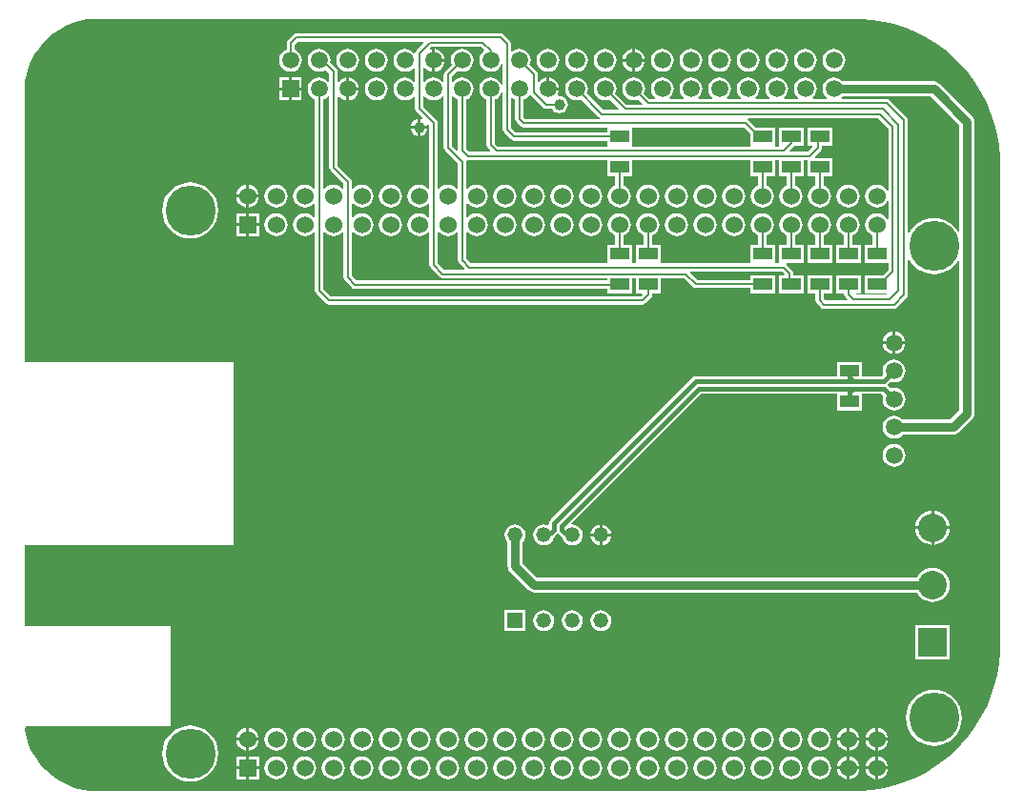
<source format=gbl>
G04*
G04 #@! TF.GenerationSoftware,Altium Limited,Altium Designer,20.0.7 (75)*
G04*
G04 Layer_Physical_Order=2*
G04 Layer_Color=16711680*
%FSLAX44Y44*%
%MOMM*%
G71*
G01*
G75*
%ADD10C,0.2000*%
%ADD15R,1.7000X1.1000*%
%ADD23C,1.5240*%
%ADD30C,0.8000*%
%ADD32R,1.5240X1.5240*%
%ADD33C,1.5000*%
%ADD34R,1.5000X1.5000*%
%ADD35C,1.3208*%
%ADD36R,2.5400X2.5400*%
%ADD37C,2.5400*%
%ADD38R,1.3208X1.3208*%
%ADD39C,4.4450*%
%ADD40C,1.0000*%
%ADD41C,0.3810*%
G36*
X751689Y683743D02*
X761644Y682166D01*
X771445Y679813D01*
X781032Y676698D01*
X790344Y672841D01*
X799326Y668265D01*
X807920Y662998D01*
X816075Y657073D01*
X823739Y650527D01*
X830867Y643400D01*
X837413Y635735D01*
X843338Y627580D01*
X848605Y618986D01*
X853181Y610005D01*
X857038Y600692D01*
X860153Y591105D01*
X862506Y581304D01*
X864083Y571349D01*
X864874Y561300D01*
Y556260D01*
Y127000D01*
Y121960D01*
X864083Y111911D01*
X862506Y101956D01*
X860153Y92154D01*
X857038Y82568D01*
X853181Y73256D01*
X848605Y64274D01*
X843338Y55680D01*
X837413Y47525D01*
X830867Y39860D01*
X823739Y32733D01*
X816075Y26187D01*
X807920Y20262D01*
X799326Y14995D01*
X790344Y10419D01*
X781032Y6562D01*
X771445Y3447D01*
X761644Y1094D01*
X751689Y-483D01*
X741640Y-1274D01*
X62016D01*
X58232Y-1274D01*
X50718Y-372D01*
X43365Y1418D01*
X36278Y4072D01*
X29557Y7552D01*
X23299Y11808D01*
X17592Y16779D01*
X12519Y22394D01*
X8150Y28574D01*
X4549Y35230D01*
X1767Y42268D01*
X-157Y49588D01*
X-720Y53654D01*
X-801Y54290D01*
X-839Y54614D01*
X-391Y55352D01*
X183Y55854D01*
X300Y55884D01*
X128266Y55884D01*
Y144776D01*
X-253D01*
X-722Y144970D01*
X-1080Y145328D01*
X-1274Y145797D01*
Y216153D01*
X-1080Y216621D01*
X-722Y216980D01*
X-253Y217174D01*
X184146D01*
Y379726D01*
X-253D01*
X-722Y379920D01*
X-1080Y380278D01*
X-1274Y380747D01*
Y381000D01*
Y619760D01*
Y622942D01*
X-650Y629276D01*
X592Y635518D01*
X2439Y641608D01*
X4875Y647488D01*
X7875Y653101D01*
X11410Y658392D01*
X15448Y663312D01*
X19948Y667812D01*
X24868Y671850D01*
X30159Y675385D01*
X35772Y678385D01*
X41652Y680821D01*
X47742Y682668D01*
X53984Y683910D01*
X60318Y684534D01*
X741640D01*
X751689Y683743D01*
D02*
G37*
%LPC*%
G36*
X421640Y671629D02*
X240030D01*
X238649Y671355D01*
X237478Y670572D01*
X232738Y665832D01*
X231955Y664661D01*
X231681Y663280D01*
Y657213D01*
X229887Y656470D01*
X227789Y654861D01*
X226180Y652763D01*
X225168Y650321D01*
X224823Y647700D01*
X225168Y645079D01*
X226180Y642637D01*
X227789Y640539D01*
X229887Y638930D01*
X232329Y637918D01*
X234950Y637573D01*
X237571Y637918D01*
X240013Y638930D01*
X242111Y640539D01*
X243720Y642637D01*
X244732Y645079D01*
X245077Y647700D01*
X244732Y650321D01*
X243720Y652763D01*
X242111Y654861D01*
X240013Y656470D01*
X238899Y656931D01*
Y661785D01*
X241525Y664411D01*
X352847D01*
X353333Y663237D01*
X346698Y656602D01*
X345915Y655431D01*
X345701Y654353D01*
X344891Y654021D01*
X344371Y654000D01*
X343711Y654861D01*
X341613Y656470D01*
X339171Y657482D01*
X336550Y657827D01*
X333929Y657482D01*
X331487Y656470D01*
X329389Y654861D01*
X327780Y652763D01*
X326768Y650321D01*
X326423Y647700D01*
X326768Y645079D01*
X327780Y642637D01*
X329389Y640539D01*
X331487Y638930D01*
X333929Y637918D01*
X336550Y637573D01*
X339171Y637918D01*
X341613Y638930D01*
X343711Y640539D01*
X344371Y641400D01*
X345641Y640968D01*
Y629031D01*
X344371Y628600D01*
X343711Y629461D01*
X341613Y631070D01*
X339171Y632082D01*
X336550Y632427D01*
X333929Y632082D01*
X331487Y631070D01*
X329389Y629461D01*
X327780Y627363D01*
X326768Y624921D01*
X326423Y622300D01*
X326768Y619679D01*
X327780Y617237D01*
X329389Y615139D01*
X331487Y613530D01*
X333929Y612518D01*
X336550Y612173D01*
X339171Y612518D01*
X341613Y613530D01*
X343711Y615139D01*
X344371Y616000D01*
X345641Y615569D01*
Y604520D01*
X345915Y603139D01*
X346698Y601968D01*
X352442Y596224D01*
X351722Y595147D01*
X351218Y595356D01*
X350520Y595448D01*
Y589280D01*
X356688D01*
X356596Y589978D01*
X356387Y590482D01*
X357464Y591202D01*
X358341Y590325D01*
Y533979D01*
X357071Y533548D01*
X356496Y534296D01*
X354374Y535925D01*
X351902Y536949D01*
X349250Y537298D01*
X346598Y536949D01*
X344126Y535925D01*
X342004Y534296D01*
X340375Y532174D01*
X339352Y529702D01*
X339002Y527050D01*
X339352Y524398D01*
X340375Y521926D01*
X342004Y519804D01*
X344126Y518175D01*
X346598Y517151D01*
X349250Y516802D01*
X351902Y517151D01*
X354374Y518175D01*
X356496Y519804D01*
X357071Y520552D01*
X358341Y520121D01*
Y508579D01*
X357071Y508148D01*
X356496Y508896D01*
X354374Y510525D01*
X351902Y511549D01*
X349250Y511898D01*
X346598Y511549D01*
X344126Y510525D01*
X342004Y508896D01*
X340375Y506774D01*
X339352Y504302D01*
X339002Y501650D01*
X339352Y498998D01*
X340375Y496526D01*
X342004Y494404D01*
X344126Y492775D01*
X346598Y491752D01*
X349250Y491402D01*
X351902Y491752D01*
X354374Y492775D01*
X356496Y494404D01*
X357071Y495152D01*
X358341Y494721D01*
Y466090D01*
X358615Y464709D01*
X359398Y463538D01*
X367668Y455268D01*
X368839Y454485D01*
X370220Y454211D01*
X516010D01*
Y451919D01*
X293595D01*
X289359Y456155D01*
Y494721D01*
X290629Y495152D01*
X291204Y494404D01*
X293326Y492775D01*
X295798Y491752D01*
X298450Y491402D01*
X301102Y491752D01*
X303574Y492775D01*
X305696Y494404D01*
X307325Y496526D01*
X308349Y498998D01*
X308698Y501650D01*
X308349Y504302D01*
X307325Y506774D01*
X305696Y508896D01*
X303574Y510525D01*
X301102Y511549D01*
X298450Y511898D01*
X295798Y511549D01*
X293326Y510525D01*
X291204Y508896D01*
X290629Y508148D01*
X289359Y508579D01*
Y520121D01*
X290629Y520552D01*
X291204Y519804D01*
X293326Y518175D01*
X295798Y517151D01*
X298450Y516802D01*
X301102Y517151D01*
X303574Y518175D01*
X305696Y519804D01*
X307325Y521926D01*
X308349Y524398D01*
X308698Y527050D01*
X308349Y529702D01*
X307325Y532174D01*
X305696Y534296D01*
X303574Y535925D01*
X301102Y536949D01*
X298450Y537298D01*
X295798Y536949D01*
X293326Y535925D01*
X291204Y534296D01*
X290629Y533548D01*
X289359Y533979D01*
Y539750D01*
X289085Y541131D01*
X288302Y542302D01*
X276659Y553945D01*
Y615569D01*
X277929Y616000D01*
X278589Y615139D01*
X280687Y613530D01*
X283129Y612518D01*
X284480Y612341D01*
Y622300D01*
Y632259D01*
X283129Y632082D01*
X280687Y631070D01*
X278589Y629461D01*
X277929Y628600D01*
X276659Y629031D01*
Y637540D01*
X276385Y638921D01*
X275602Y640092D01*
X270188Y645507D01*
X270477Y647700D01*
X270132Y650321D01*
X269120Y652763D01*
X267511Y654861D01*
X265413Y656470D01*
X262971Y657482D01*
X260350Y657827D01*
X257729Y657482D01*
X255287Y656470D01*
X253189Y654861D01*
X251580Y652763D01*
X250568Y650321D01*
X250223Y647700D01*
X250568Y645079D01*
X251580Y642637D01*
X253189Y640539D01*
X255287Y638930D01*
X257729Y637918D01*
X260350Y637573D01*
X262971Y637918D01*
X265413Y638930D01*
X266060Y639426D01*
X269441Y636045D01*
Y629031D01*
X268171Y628600D01*
X267511Y629461D01*
X265413Y631070D01*
X262971Y632082D01*
X260350Y632427D01*
X257729Y632082D01*
X255287Y631070D01*
X253189Y629461D01*
X251580Y627363D01*
X250568Y624921D01*
X250223Y622300D01*
X250568Y619679D01*
X251580Y617237D01*
X253189Y615139D01*
X255287Y613530D01*
X256741Y612928D01*
Y533979D01*
X255471Y533548D01*
X254896Y534296D01*
X252774Y535925D01*
X250302Y536949D01*
X247650Y537298D01*
X244998Y536949D01*
X242526Y535925D01*
X240404Y534296D01*
X238775Y532174D01*
X237752Y529702D01*
X237402Y527050D01*
X237752Y524398D01*
X238775Y521926D01*
X240404Y519804D01*
X242526Y518175D01*
X244998Y517151D01*
X247650Y516802D01*
X250302Y517151D01*
X252774Y518175D01*
X254896Y519804D01*
X255471Y520552D01*
X256741Y520121D01*
Y508579D01*
X255471Y508148D01*
X254896Y508896D01*
X252774Y510525D01*
X250302Y511549D01*
X247650Y511898D01*
X244998Y511549D01*
X242526Y510525D01*
X240404Y508896D01*
X238775Y506774D01*
X237752Y504302D01*
X237402Y501650D01*
X237752Y498998D01*
X238775Y496526D01*
X240404Y494404D01*
X242526Y492775D01*
X244998Y491752D01*
X247650Y491402D01*
X250302Y491752D01*
X252774Y492775D01*
X254896Y494404D01*
X255471Y495152D01*
X256741Y494721D01*
Y443230D01*
X257015Y441849D01*
X257798Y440678D01*
X266688Y431788D01*
X267859Y431005D01*
X269240Y430731D01*
X547370D01*
X548751Y431005D01*
X549922Y431788D01*
X555002Y436868D01*
X555785Y438039D01*
X556059Y439420D01*
Y440740D01*
X563490D01*
Y454211D01*
X584285D01*
X592268Y446228D01*
X593439Y445445D01*
X594820Y445171D01*
X643010D01*
Y440740D01*
X665090D01*
Y456820D01*
X643010D01*
Y452389D01*
X596315D01*
X589937Y458767D01*
X590423Y459941D01*
X671703D01*
X673554Y458090D01*
X673028Y456820D01*
X668410D01*
Y440740D01*
X690490D01*
Y456820D01*
X681789D01*
Y458568D01*
X681515Y459950D01*
X680732Y461121D01*
X675751Y466102D01*
X675200Y466470D01*
X675585Y467740D01*
X690490D01*
Y483820D01*
X683059D01*
Y492148D01*
X684574Y492775D01*
X686696Y494404D01*
X688325Y496526D01*
X689349Y498998D01*
X689698Y501650D01*
X689349Y504302D01*
X688325Y506774D01*
X686696Y508896D01*
X684574Y510525D01*
X682102Y511549D01*
X679450Y511898D01*
X676798Y511549D01*
X674326Y510525D01*
X672204Y508896D01*
X670575Y506774D01*
X669551Y504302D01*
X669202Y501650D01*
X669551Y498998D01*
X670575Y496526D01*
X672204Y494404D01*
X674326Y492775D01*
X675841Y492148D01*
Y483820D01*
X668410D01*
Y468429D01*
X668410Y467740D01*
X667381Y467159D01*
X666120D01*
X665090Y467740D01*
X665090Y468429D01*
Y483820D01*
X657659D01*
Y492148D01*
X659174Y492775D01*
X661296Y494404D01*
X662925Y496526D01*
X663949Y498998D01*
X664298Y501650D01*
X663949Y504302D01*
X662925Y506774D01*
X661296Y508896D01*
X659174Y510525D01*
X656702Y511549D01*
X654050Y511898D01*
X651398Y511549D01*
X648926Y510525D01*
X646804Y508896D01*
X645175Y506774D01*
X644152Y504302D01*
X643802Y501650D01*
X644152Y498998D01*
X645175Y496526D01*
X646804Y494404D01*
X648926Y492775D01*
X650441Y492148D01*
Y483820D01*
X643010D01*
Y468429D01*
X643010Y467740D01*
X641981Y467159D01*
X564520D01*
X563490Y467740D01*
X563490Y468429D01*
Y483820D01*
X556059D01*
Y492148D01*
X557574Y492775D01*
X559696Y494404D01*
X561325Y496526D01*
X562349Y498998D01*
X562698Y501650D01*
X562349Y504302D01*
X561325Y506774D01*
X559696Y508896D01*
X557574Y510525D01*
X555102Y511549D01*
X552450Y511898D01*
X549798Y511549D01*
X547326Y510525D01*
X545204Y508896D01*
X543575Y506774D01*
X542551Y504302D01*
X542202Y501650D01*
X542551Y498998D01*
X543575Y496526D01*
X545204Y494404D01*
X547326Y492775D01*
X548841Y492148D01*
Y483820D01*
X541410D01*
Y468429D01*
X541410Y467740D01*
X540381Y467159D01*
X539119D01*
X538090Y467740D01*
X538090Y468429D01*
Y483820D01*
X530659D01*
Y492148D01*
X532174Y492775D01*
X534296Y494404D01*
X535925Y496526D01*
X536949Y498998D01*
X537298Y501650D01*
X536949Y504302D01*
X535925Y506774D01*
X534296Y508896D01*
X532174Y510525D01*
X529702Y511549D01*
X527050Y511898D01*
X524398Y511549D01*
X521926Y510525D01*
X519804Y508896D01*
X518175Y506774D01*
X517151Y504302D01*
X516802Y501650D01*
X517151Y498998D01*
X518175Y496526D01*
X519804Y494404D01*
X521926Y492775D01*
X523441Y492148D01*
Y483820D01*
X516010D01*
Y468429D01*
X516010Y467740D01*
X514981Y467159D01*
X395195D01*
X390959Y471395D01*
Y494721D01*
X392229Y495152D01*
X392804Y494404D01*
X394926Y492775D01*
X397398Y491752D01*
X400050Y491402D01*
X402702Y491752D01*
X405174Y492775D01*
X407296Y494404D01*
X408925Y496526D01*
X409949Y498998D01*
X410298Y501650D01*
X409949Y504302D01*
X408925Y506774D01*
X407296Y508896D01*
X405174Y510525D01*
X402702Y511549D01*
X400050Y511898D01*
X397398Y511549D01*
X394926Y510525D01*
X392804Y508896D01*
X392229Y508148D01*
X390959Y508579D01*
Y520121D01*
X392229Y520552D01*
X392804Y519804D01*
X394926Y518175D01*
X397398Y517151D01*
X400050Y516802D01*
X402702Y517151D01*
X405174Y518175D01*
X407296Y519804D01*
X408925Y521926D01*
X409949Y524398D01*
X410298Y527050D01*
X409949Y529702D01*
X408925Y532174D01*
X407296Y534296D01*
X405174Y535925D01*
X402702Y536949D01*
X400050Y537298D01*
X397398Y536949D01*
X394926Y535925D01*
X392804Y534296D01*
X392229Y533548D01*
X390959Y533979D01*
Y557530D01*
X390862Y558018D01*
X391942Y559098D01*
X392430Y559001D01*
X516010D01*
Y544880D01*
X523441D01*
Y536552D01*
X521926Y535925D01*
X519804Y534296D01*
X518175Y532174D01*
X517151Y529702D01*
X516802Y527050D01*
X517151Y524398D01*
X518175Y521926D01*
X519804Y519804D01*
X521926Y518175D01*
X524398Y517151D01*
X527050Y516802D01*
X529702Y517151D01*
X532174Y518175D01*
X534296Y519804D01*
X535925Y521926D01*
X536949Y524398D01*
X537298Y527050D01*
X536949Y529702D01*
X535925Y532174D01*
X534296Y534296D01*
X532174Y535925D01*
X530659Y536552D01*
Y544880D01*
X538090D01*
Y559001D01*
X643010D01*
Y544880D01*
X650441D01*
Y536552D01*
X648926Y535925D01*
X646804Y534296D01*
X645175Y532174D01*
X644152Y529702D01*
X643802Y527050D01*
X644152Y524398D01*
X645175Y521926D01*
X646804Y519804D01*
X648926Y518175D01*
X651398Y517151D01*
X654050Y516802D01*
X656702Y517151D01*
X659174Y518175D01*
X661296Y519804D01*
X662925Y521926D01*
X663949Y524398D01*
X664298Y527050D01*
X663949Y529702D01*
X662925Y532174D01*
X661296Y534296D01*
X659174Y535925D01*
X657659Y536552D01*
Y544880D01*
X665090D01*
Y559001D01*
X668410D01*
Y544880D01*
X675841D01*
Y536552D01*
X674326Y535925D01*
X672204Y534296D01*
X670575Y532174D01*
X669551Y529702D01*
X669202Y527050D01*
X669551Y524398D01*
X670575Y521926D01*
X672204Y519804D01*
X674326Y518175D01*
X676798Y517151D01*
X679450Y516802D01*
X682102Y517151D01*
X684574Y518175D01*
X686696Y519804D01*
X688325Y521926D01*
X689349Y524398D01*
X689698Y527050D01*
X689349Y529702D01*
X688325Y532174D01*
X686696Y534296D01*
X684574Y535925D01*
X683059Y536552D01*
Y544880D01*
X690490D01*
Y559001D01*
X693810D01*
Y544880D01*
X701241D01*
Y536552D01*
X699726Y535925D01*
X697604Y534296D01*
X695975Y532174D01*
X694951Y529702D01*
X694602Y527050D01*
X694951Y524398D01*
X695975Y521926D01*
X697604Y519804D01*
X699726Y518175D01*
X702198Y517151D01*
X704850Y516802D01*
X707502Y517151D01*
X709974Y518175D01*
X712096Y519804D01*
X713725Y521926D01*
X714749Y524398D01*
X715098Y527050D01*
X714749Y529702D01*
X713725Y532174D01*
X712096Y534296D01*
X709974Y535925D01*
X708459Y536552D01*
Y544880D01*
X715890D01*
Y560960D01*
X701074D01*
X700588Y562133D01*
X706132Y567678D01*
X706915Y568849D01*
X707189Y570230D01*
Y571880D01*
X715890D01*
Y587960D01*
X693810D01*
Y571880D01*
X698330D01*
X698856Y570610D01*
X694465Y566219D01*
X678513D01*
X678027Y567393D01*
X682002Y571368D01*
X682344Y571880D01*
X690490D01*
Y587960D01*
X668410D01*
Y571880D01*
X668410D01*
X668049Y570759D01*
X665451D01*
X665090Y571880D01*
X665090D01*
Y587960D01*
X648114D01*
X641702Y594372D01*
X640612Y595101D01*
X640599Y595194D01*
X641303Y596371D01*
X756695D01*
X766011Y587055D01*
Y531905D01*
X764741Y531653D01*
X764525Y532174D01*
X762896Y534296D01*
X760774Y535925D01*
X758302Y536949D01*
X755650Y537298D01*
X752998Y536949D01*
X750526Y535925D01*
X748404Y534296D01*
X746775Y532174D01*
X745751Y529702D01*
X745402Y527050D01*
X745751Y524398D01*
X746775Y521926D01*
X748404Y519804D01*
X750526Y518175D01*
X752998Y517151D01*
X755650Y516802D01*
X758302Y517151D01*
X760774Y518175D01*
X762896Y519804D01*
X764525Y521926D01*
X764741Y522447D01*
X766011Y522195D01*
Y506505D01*
X764741Y506253D01*
X764525Y506774D01*
X762896Y508896D01*
X760774Y510525D01*
X758302Y511549D01*
X755650Y511898D01*
X752998Y511549D01*
X750526Y510525D01*
X748404Y508896D01*
X746775Y506774D01*
X745751Y504302D01*
X745402Y501650D01*
X745751Y498998D01*
X746775Y496526D01*
X748404Y494404D01*
X750526Y492775D01*
X752041Y492148D01*
Y483820D01*
X744610D01*
Y467740D01*
X766011D01*
Y461245D01*
X761586Y456820D01*
X744610D01*
Y440740D01*
X764053D01*
X764732Y439470D01*
X764565Y439219D01*
X736979D01*
X736811Y439470D01*
X737490Y440740D01*
X741290D01*
Y456820D01*
X719210D01*
Y440740D01*
X726641D01*
Y439960D01*
X726915Y438579D01*
X727698Y437408D01*
X729793Y435313D01*
X729307Y434139D01*
X709965D01*
X708459Y435645D01*
Y440740D01*
X715890D01*
Y456820D01*
X693810D01*
Y440740D01*
X701241D01*
Y434150D01*
X701515Y432769D01*
X702298Y431598D01*
X705918Y427978D01*
X707089Y427195D01*
X708470Y426921D01*
X770890D01*
X772271Y427195D01*
X773442Y427978D01*
X782332Y436868D01*
X783115Y438039D01*
X783389Y439420D01*
Y470514D01*
X784659Y470832D01*
X785759Y468775D01*
X788854Y465004D01*
X792625Y461909D01*
X796927Y459609D01*
X801595Y458193D01*
X806450Y457715D01*
X811305Y458193D01*
X815973Y459609D01*
X820275Y461909D01*
X824046Y465004D01*
X827141Y468775D01*
X827832Y470067D01*
X829064Y469758D01*
Y336742D01*
X820628Y328306D01*
X778484D01*
X778051Y328871D01*
X775953Y330480D01*
X773511Y331492D01*
X770890Y331837D01*
X768269Y331492D01*
X765827Y330480D01*
X763729Y328871D01*
X762120Y326773D01*
X761108Y324331D01*
X760763Y321710D01*
X761108Y319089D01*
X762120Y316647D01*
X763729Y314549D01*
X765827Y312940D01*
X768269Y311928D01*
X770890Y311583D01*
X773511Y311928D01*
X775953Y312940D01*
X778051Y314549D01*
X778484Y315114D01*
X823360D01*
X825067Y315338D01*
X826658Y315997D01*
X828024Y317046D01*
X840324Y329346D01*
X841373Y330712D01*
X842032Y332303D01*
X842256Y334010D01*
Y593090D01*
X842032Y594797D01*
X841373Y596388D01*
X840324Y597754D01*
X811114Y626964D01*
X809748Y628013D01*
X808157Y628672D01*
X806450Y628896D01*
X725144D01*
X724711Y629461D01*
X722613Y631070D01*
X720171Y632082D01*
X717550Y632427D01*
X714929Y632082D01*
X712487Y631070D01*
X710389Y629461D01*
X708780Y627363D01*
X707768Y624921D01*
X707423Y622300D01*
X707768Y619679D01*
X708780Y617237D01*
X710389Y615139D01*
X711250Y614479D01*
X710818Y613209D01*
X698882D01*
X698450Y614479D01*
X699311Y615139D01*
X700920Y617237D01*
X701932Y619679D01*
X702277Y622300D01*
X701932Y624921D01*
X700920Y627363D01*
X699311Y629461D01*
X697213Y631070D01*
X694771Y632082D01*
X692150Y632427D01*
X689529Y632082D01*
X687087Y631070D01*
X684989Y629461D01*
X683380Y627363D01*
X682368Y624921D01*
X682023Y622300D01*
X682368Y619679D01*
X683380Y617237D01*
X684989Y615139D01*
X685850Y614479D01*
X685418Y613209D01*
X673482D01*
X673050Y614479D01*
X673911Y615139D01*
X675520Y617237D01*
X676532Y619679D01*
X676877Y622300D01*
X676532Y624921D01*
X675520Y627363D01*
X673911Y629461D01*
X671813Y631070D01*
X669371Y632082D01*
X666750Y632427D01*
X664129Y632082D01*
X661687Y631070D01*
X659589Y629461D01*
X657980Y627363D01*
X656968Y624921D01*
X656623Y622300D01*
X656968Y619679D01*
X657980Y617237D01*
X659589Y615139D01*
X660450Y614479D01*
X660018Y613209D01*
X648082D01*
X647650Y614479D01*
X648511Y615139D01*
X650120Y617237D01*
X651132Y619679D01*
X651477Y622300D01*
X651132Y624921D01*
X650120Y627363D01*
X648511Y629461D01*
X646413Y631070D01*
X643971Y632082D01*
X641350Y632427D01*
X638729Y632082D01*
X636287Y631070D01*
X634189Y629461D01*
X632580Y627363D01*
X631568Y624921D01*
X631223Y622300D01*
X631568Y619679D01*
X632580Y617237D01*
X634189Y615139D01*
X635050Y614479D01*
X634618Y613209D01*
X622682D01*
X622250Y614479D01*
X623111Y615139D01*
X624720Y617237D01*
X625732Y619679D01*
X626077Y622300D01*
X625732Y624921D01*
X624720Y627363D01*
X623111Y629461D01*
X621013Y631070D01*
X618571Y632082D01*
X615950Y632427D01*
X613329Y632082D01*
X610887Y631070D01*
X608789Y629461D01*
X607180Y627363D01*
X606168Y624921D01*
X605823Y622300D01*
X606168Y619679D01*
X607180Y617237D01*
X608789Y615139D01*
X609650Y614479D01*
X609218Y613209D01*
X597281D01*
X596850Y614479D01*
X597711Y615139D01*
X599320Y617237D01*
X600332Y619679D01*
X600677Y622300D01*
X600332Y624921D01*
X599320Y627363D01*
X597711Y629461D01*
X595613Y631070D01*
X593171Y632082D01*
X590550Y632427D01*
X587929Y632082D01*
X585487Y631070D01*
X583389Y629461D01*
X581780Y627363D01*
X580768Y624921D01*
X580423Y622300D01*
X580768Y619679D01*
X581780Y617237D01*
X583389Y615139D01*
X584250Y614479D01*
X583819Y613209D01*
X571881D01*
X571450Y614479D01*
X572311Y615139D01*
X573920Y617237D01*
X574932Y619679D01*
X575277Y622300D01*
X574932Y624921D01*
X573920Y627363D01*
X572311Y629461D01*
X570213Y631070D01*
X567771Y632082D01*
X565150Y632427D01*
X562529Y632082D01*
X560087Y631070D01*
X557989Y629461D01*
X556380Y627363D01*
X555368Y624921D01*
X555023Y622300D01*
X555368Y619679D01*
X556380Y617237D01*
X557989Y615139D01*
X558850Y614479D01*
X558419Y613209D01*
X553945D01*
X548929Y618225D01*
X549532Y619679D01*
X549877Y622300D01*
X549532Y624921D01*
X548520Y627363D01*
X546911Y629461D01*
X544813Y631070D01*
X542371Y632082D01*
X539750Y632427D01*
X537129Y632082D01*
X534687Y631070D01*
X532589Y629461D01*
X530980Y627363D01*
X529968Y624921D01*
X529623Y622300D01*
X529968Y619679D01*
X530980Y617237D01*
X532589Y615139D01*
X534687Y613530D01*
X537129Y612518D01*
X539750Y612173D01*
X542371Y612518D01*
X543825Y613121D01*
X547643Y609303D01*
X547157Y608129D01*
X533625D01*
X523529Y618225D01*
X524132Y619679D01*
X524477Y622300D01*
X524132Y624921D01*
X523120Y627363D01*
X521511Y629461D01*
X519413Y631070D01*
X516971Y632082D01*
X514350Y632427D01*
X511729Y632082D01*
X509287Y631070D01*
X507189Y629461D01*
X505580Y627363D01*
X504568Y624921D01*
X504223Y622300D01*
X504568Y619679D01*
X505580Y617237D01*
X507189Y615139D01*
X509287Y613530D01*
X511729Y612518D01*
X514350Y612173D01*
X516971Y612518D01*
X518425Y613121D01*
X526783Y604763D01*
X526297Y603589D01*
X512765D01*
X498129Y618225D01*
X498732Y619679D01*
X499077Y622300D01*
X498732Y624921D01*
X497720Y627363D01*
X496111Y629461D01*
X494013Y631070D01*
X491571Y632082D01*
X488950Y632427D01*
X486329Y632082D01*
X483887Y631070D01*
X481789Y629461D01*
X480180Y627363D01*
X479168Y624921D01*
X478823Y622300D01*
X479168Y619679D01*
X480180Y617237D01*
X481789Y615139D01*
X483887Y613530D01*
X486329Y612518D01*
X488950Y612173D01*
X491571Y612518D01*
X493025Y613121D01*
X508718Y597428D01*
X509808Y596699D01*
X509821Y596606D01*
X509117Y595429D01*
X443455D01*
X441759Y597125D01*
Y612928D01*
X443213Y613530D01*
X445311Y615139D01*
X446697Y616945D01*
X447743Y617078D01*
X448193Y616992D01*
X448298Y616835D01*
X459355Y605778D01*
X460526Y604995D01*
X461907Y604721D01*
X467044D01*
X467124Y604528D01*
X468332Y602952D01*
X469907Y601744D01*
X471742Y600984D01*
X473710Y600725D01*
X475678Y600984D01*
X477513Y601744D01*
X479088Y602952D01*
X480296Y604528D01*
X481056Y606362D01*
X481315Y608330D01*
X481056Y610298D01*
X480296Y612132D01*
X479088Y613708D01*
X477513Y614916D01*
X475678Y615676D01*
X473710Y615935D01*
X472833Y615820D01*
X472146Y617010D01*
X472320Y617237D01*
X473332Y619679D01*
X473509Y621030D01*
X463550D01*
Y622300D01*
X462280D01*
Y632259D01*
X460929Y632082D01*
X458487Y631070D01*
X456389Y629461D01*
X455729Y628600D01*
X454459Y629031D01*
Y635000D01*
X454185Y636381D01*
X453402Y637552D01*
X447329Y643625D01*
X447932Y645079D01*
X448277Y647700D01*
X447932Y650321D01*
X446920Y652763D01*
X445311Y654861D01*
X443213Y656470D01*
X440771Y657482D01*
X438150Y657827D01*
X435529Y657482D01*
X433087Y656470D01*
X431989Y655628D01*
X430719Y656254D01*
Y662550D01*
X430445Y663931D01*
X429662Y665102D01*
X424192Y670572D01*
X423021Y671355D01*
X421640Y671629D01*
D02*
G37*
G36*
X541020Y657659D02*
Y648970D01*
X549709D01*
X549532Y650321D01*
X548520Y652763D01*
X546911Y654861D01*
X544813Y656470D01*
X542371Y657482D01*
X541020Y657659D01*
D02*
G37*
G36*
X538480D02*
X537129Y657482D01*
X534687Y656470D01*
X532589Y654861D01*
X530980Y652763D01*
X529968Y650321D01*
X529791Y648970D01*
X538480D01*
Y657659D01*
D02*
G37*
G36*
X549709Y646430D02*
X541020D01*
Y637741D01*
X542371Y637918D01*
X544813Y638930D01*
X546911Y640539D01*
X548520Y642637D01*
X549532Y645079D01*
X549709Y646430D01*
D02*
G37*
G36*
X538480D02*
X529791D01*
X529968Y645079D01*
X530980Y642637D01*
X532589Y640539D01*
X534687Y638930D01*
X537129Y637918D01*
X538480Y637741D01*
Y646430D01*
D02*
G37*
G36*
X717550Y657827D02*
X714929Y657482D01*
X712487Y656470D01*
X710389Y654861D01*
X708780Y652763D01*
X707768Y650321D01*
X707423Y647700D01*
X707768Y645079D01*
X708780Y642637D01*
X710389Y640539D01*
X712487Y638930D01*
X714929Y637918D01*
X717550Y637573D01*
X720171Y637918D01*
X722613Y638930D01*
X724711Y640539D01*
X726320Y642637D01*
X727332Y645079D01*
X727677Y647700D01*
X727332Y650321D01*
X726320Y652763D01*
X724711Y654861D01*
X722613Y656470D01*
X720171Y657482D01*
X717550Y657827D01*
D02*
G37*
G36*
X692150D02*
X689529Y657482D01*
X687087Y656470D01*
X684989Y654861D01*
X683380Y652763D01*
X682368Y650321D01*
X682023Y647700D01*
X682368Y645079D01*
X683380Y642637D01*
X684989Y640539D01*
X687087Y638930D01*
X689529Y637918D01*
X692150Y637573D01*
X694771Y637918D01*
X697213Y638930D01*
X699311Y640539D01*
X700920Y642637D01*
X701932Y645079D01*
X702277Y647700D01*
X701932Y650321D01*
X700920Y652763D01*
X699311Y654861D01*
X697213Y656470D01*
X694771Y657482D01*
X692150Y657827D01*
D02*
G37*
G36*
X666750D02*
X664129Y657482D01*
X661687Y656470D01*
X659589Y654861D01*
X657980Y652763D01*
X656968Y650321D01*
X656623Y647700D01*
X656968Y645079D01*
X657980Y642637D01*
X659589Y640539D01*
X661687Y638930D01*
X664129Y637918D01*
X666750Y637573D01*
X669371Y637918D01*
X671813Y638930D01*
X673911Y640539D01*
X675520Y642637D01*
X676532Y645079D01*
X676877Y647700D01*
X676532Y650321D01*
X675520Y652763D01*
X673911Y654861D01*
X671813Y656470D01*
X669371Y657482D01*
X666750Y657827D01*
D02*
G37*
G36*
X641350D02*
X638729Y657482D01*
X636287Y656470D01*
X634189Y654861D01*
X632580Y652763D01*
X631568Y650321D01*
X631223Y647700D01*
X631568Y645079D01*
X632580Y642637D01*
X634189Y640539D01*
X636287Y638930D01*
X638729Y637918D01*
X641350Y637573D01*
X643971Y637918D01*
X646413Y638930D01*
X648511Y640539D01*
X650120Y642637D01*
X651132Y645079D01*
X651477Y647700D01*
X651132Y650321D01*
X650120Y652763D01*
X648511Y654861D01*
X646413Y656470D01*
X643971Y657482D01*
X641350Y657827D01*
D02*
G37*
G36*
X615950D02*
X613329Y657482D01*
X610887Y656470D01*
X608789Y654861D01*
X607180Y652763D01*
X606168Y650321D01*
X605823Y647700D01*
X606168Y645079D01*
X607180Y642637D01*
X608789Y640539D01*
X610887Y638930D01*
X613329Y637918D01*
X615950Y637573D01*
X618571Y637918D01*
X621013Y638930D01*
X623111Y640539D01*
X624720Y642637D01*
X625732Y645079D01*
X626077Y647700D01*
X625732Y650321D01*
X624720Y652763D01*
X623111Y654861D01*
X621013Y656470D01*
X618571Y657482D01*
X615950Y657827D01*
D02*
G37*
G36*
X590550D02*
X587929Y657482D01*
X585487Y656470D01*
X583389Y654861D01*
X581780Y652763D01*
X580768Y650321D01*
X580423Y647700D01*
X580768Y645079D01*
X581780Y642637D01*
X583389Y640539D01*
X585487Y638930D01*
X587929Y637918D01*
X590550Y637573D01*
X593171Y637918D01*
X595613Y638930D01*
X597711Y640539D01*
X599320Y642637D01*
X600332Y645079D01*
X600677Y647700D01*
X600332Y650321D01*
X599320Y652763D01*
X597711Y654861D01*
X595613Y656470D01*
X593171Y657482D01*
X590550Y657827D01*
D02*
G37*
G36*
X565150D02*
X562529Y657482D01*
X560087Y656470D01*
X557989Y654861D01*
X556380Y652763D01*
X555368Y650321D01*
X555023Y647700D01*
X555368Y645079D01*
X556380Y642637D01*
X557989Y640539D01*
X560087Y638930D01*
X562529Y637918D01*
X565150Y637573D01*
X567771Y637918D01*
X570213Y638930D01*
X572311Y640539D01*
X573920Y642637D01*
X574932Y645079D01*
X575277Y647700D01*
X574932Y650321D01*
X573920Y652763D01*
X572311Y654861D01*
X570213Y656470D01*
X567771Y657482D01*
X565150Y657827D01*
D02*
G37*
G36*
X514350D02*
X511729Y657482D01*
X509287Y656470D01*
X507189Y654861D01*
X505580Y652763D01*
X504568Y650321D01*
X504223Y647700D01*
X504568Y645079D01*
X505580Y642637D01*
X507189Y640539D01*
X509287Y638930D01*
X511729Y637918D01*
X514350Y637573D01*
X516971Y637918D01*
X519413Y638930D01*
X521511Y640539D01*
X523120Y642637D01*
X524132Y645079D01*
X524477Y647700D01*
X524132Y650321D01*
X523120Y652763D01*
X521511Y654861D01*
X519413Y656470D01*
X516971Y657482D01*
X514350Y657827D01*
D02*
G37*
G36*
X488950D02*
X486329Y657482D01*
X483887Y656470D01*
X481789Y654861D01*
X480180Y652763D01*
X479168Y650321D01*
X478823Y647700D01*
X479168Y645079D01*
X480180Y642637D01*
X481789Y640539D01*
X483887Y638930D01*
X486329Y637918D01*
X488950Y637573D01*
X491571Y637918D01*
X494013Y638930D01*
X496111Y640539D01*
X497720Y642637D01*
X498732Y645079D01*
X499077Y647700D01*
X498732Y650321D01*
X497720Y652763D01*
X496111Y654861D01*
X494013Y656470D01*
X491571Y657482D01*
X488950Y657827D01*
D02*
G37*
G36*
X463550D02*
X460929Y657482D01*
X458487Y656470D01*
X456389Y654861D01*
X454780Y652763D01*
X453768Y650321D01*
X453423Y647700D01*
X453768Y645079D01*
X454780Y642637D01*
X456389Y640539D01*
X458487Y638930D01*
X460929Y637918D01*
X463550Y637573D01*
X466171Y637918D01*
X468613Y638930D01*
X470711Y640539D01*
X472320Y642637D01*
X473332Y645079D01*
X473677Y647700D01*
X473332Y650321D01*
X472320Y652763D01*
X470711Y654861D01*
X468613Y656470D01*
X466171Y657482D01*
X463550Y657827D01*
D02*
G37*
G36*
X311150D02*
X308529Y657482D01*
X306087Y656470D01*
X303989Y654861D01*
X302380Y652763D01*
X301368Y650321D01*
X301023Y647700D01*
X301368Y645079D01*
X302380Y642637D01*
X303989Y640539D01*
X306087Y638930D01*
X308529Y637918D01*
X311150Y637573D01*
X313771Y637918D01*
X316213Y638930D01*
X318311Y640539D01*
X319920Y642637D01*
X320932Y645079D01*
X321277Y647700D01*
X320932Y650321D01*
X319920Y652763D01*
X318311Y654861D01*
X316213Y656470D01*
X313771Y657482D01*
X311150Y657827D01*
D02*
G37*
G36*
X285750D02*
X283129Y657482D01*
X280687Y656470D01*
X278589Y654861D01*
X276980Y652763D01*
X275968Y650321D01*
X275623Y647700D01*
X275968Y645079D01*
X276980Y642637D01*
X278589Y640539D01*
X280687Y638930D01*
X283129Y637918D01*
X285750Y637573D01*
X288371Y637918D01*
X290813Y638930D01*
X292911Y640539D01*
X294520Y642637D01*
X295532Y645079D01*
X295877Y647700D01*
X295532Y650321D01*
X294520Y652763D01*
X292911Y654861D01*
X290813Y656470D01*
X288371Y657482D01*
X285750Y657827D01*
D02*
G37*
G36*
X464820Y632259D02*
Y623570D01*
X473509D01*
X473332Y624921D01*
X472320Y627363D01*
X470711Y629461D01*
X468613Y631070D01*
X466171Y632082D01*
X464820Y632259D01*
D02*
G37*
G36*
X287020D02*
Y623570D01*
X295709D01*
X295532Y624921D01*
X294520Y627363D01*
X292911Y629461D01*
X290813Y631070D01*
X288371Y632082D01*
X287020Y632259D01*
D02*
G37*
G36*
X244990Y632340D02*
X236220D01*
Y623570D01*
X244990D01*
Y632340D01*
D02*
G37*
G36*
X233680D02*
X224910D01*
Y623570D01*
X233680D01*
Y632340D01*
D02*
G37*
G36*
X295709Y621030D02*
X287020D01*
Y612341D01*
X288371Y612518D01*
X290813Y613530D01*
X292911Y615139D01*
X294520Y617237D01*
X295532Y619679D01*
X295709Y621030D01*
D02*
G37*
G36*
X244990D02*
X236220D01*
Y612260D01*
X244990D01*
Y621030D01*
D02*
G37*
G36*
X233680D02*
X224910D01*
Y612260D01*
X233680D01*
Y621030D01*
D02*
G37*
G36*
X311150Y632427D02*
X308529Y632082D01*
X306087Y631070D01*
X303989Y629461D01*
X302380Y627363D01*
X301368Y624921D01*
X301023Y622300D01*
X301368Y619679D01*
X302380Y617237D01*
X303989Y615139D01*
X306087Y613530D01*
X308529Y612518D01*
X311150Y612173D01*
X313771Y612518D01*
X316213Y613530D01*
X318311Y615139D01*
X319920Y617237D01*
X320932Y619679D01*
X321277Y622300D01*
X320932Y624921D01*
X319920Y627363D01*
X318311Y629461D01*
X316213Y631070D01*
X313771Y632082D01*
X311150Y632427D01*
D02*
G37*
G36*
X347980Y595448D02*
X347282Y595356D01*
X345448Y594596D01*
X343872Y593388D01*
X342664Y591813D01*
X341904Y589978D01*
X341812Y589280D01*
X347980D01*
Y595448D01*
D02*
G37*
G36*
X356688Y586740D02*
X350520D01*
Y580572D01*
X351218Y580664D01*
X353052Y581424D01*
X354628Y582632D01*
X355836Y584207D01*
X356596Y586042D01*
X356688Y586740D01*
D02*
G37*
G36*
X347980D02*
X341812D01*
X341904Y586042D01*
X342664Y584207D01*
X343872Y582632D01*
X345448Y581424D01*
X347282Y580664D01*
X347980Y580572D01*
Y586740D01*
D02*
G37*
G36*
X198120Y537131D02*
Y528320D01*
X206931D01*
X206749Y529702D01*
X205725Y532174D01*
X204096Y534296D01*
X201974Y535925D01*
X199502Y536949D01*
X198120Y537131D01*
D02*
G37*
G36*
X195580D02*
X194198Y536949D01*
X191726Y535925D01*
X189604Y534296D01*
X187975Y532174D01*
X186952Y529702D01*
X186770Y528320D01*
X195580D01*
Y537131D01*
D02*
G37*
G36*
X206931Y525780D02*
X198120D01*
Y516969D01*
X199502Y517151D01*
X201974Y518175D01*
X204096Y519804D01*
X205725Y521926D01*
X206749Y524398D01*
X206931Y525780D01*
D02*
G37*
G36*
X195580D02*
X186770D01*
X186952Y524398D01*
X187975Y521926D01*
X189604Y519804D01*
X191726Y518175D01*
X194198Y517151D01*
X195580Y516969D01*
Y525780D01*
D02*
G37*
G36*
X730250Y537298D02*
X727598Y536949D01*
X725126Y535925D01*
X723004Y534296D01*
X721375Y532174D01*
X720351Y529702D01*
X720002Y527050D01*
X720351Y524398D01*
X721375Y521926D01*
X723004Y519804D01*
X725126Y518175D01*
X727598Y517151D01*
X730250Y516802D01*
X732902Y517151D01*
X735374Y518175D01*
X737496Y519804D01*
X739125Y521926D01*
X740148Y524398D01*
X740498Y527050D01*
X740148Y529702D01*
X739125Y532174D01*
X737496Y534296D01*
X735374Y535925D01*
X732902Y536949D01*
X730250Y537298D01*
D02*
G37*
G36*
X628650D02*
X625998Y536949D01*
X623526Y535925D01*
X621404Y534296D01*
X619775Y532174D01*
X618751Y529702D01*
X618402Y527050D01*
X618751Y524398D01*
X619775Y521926D01*
X621404Y519804D01*
X623526Y518175D01*
X625998Y517151D01*
X628650Y516802D01*
X631302Y517151D01*
X633774Y518175D01*
X635896Y519804D01*
X637525Y521926D01*
X638549Y524398D01*
X638898Y527050D01*
X638549Y529702D01*
X637525Y532174D01*
X635896Y534296D01*
X633774Y535925D01*
X631302Y536949D01*
X628650Y537298D01*
D02*
G37*
G36*
X603250D02*
X600598Y536949D01*
X598126Y535925D01*
X596004Y534296D01*
X594375Y532174D01*
X593352Y529702D01*
X593002Y527050D01*
X593352Y524398D01*
X594375Y521926D01*
X596004Y519804D01*
X598126Y518175D01*
X600598Y517151D01*
X603250Y516802D01*
X605902Y517151D01*
X608374Y518175D01*
X610496Y519804D01*
X612125Y521926D01*
X613148Y524398D01*
X613498Y527050D01*
X613148Y529702D01*
X612125Y532174D01*
X610496Y534296D01*
X608374Y535925D01*
X605902Y536949D01*
X603250Y537298D01*
D02*
G37*
G36*
X577850D02*
X575198Y536949D01*
X572726Y535925D01*
X570604Y534296D01*
X568975Y532174D01*
X567952Y529702D01*
X567602Y527050D01*
X567952Y524398D01*
X568975Y521926D01*
X570604Y519804D01*
X572726Y518175D01*
X575198Y517151D01*
X577850Y516802D01*
X580502Y517151D01*
X582974Y518175D01*
X585096Y519804D01*
X586725Y521926D01*
X587748Y524398D01*
X588098Y527050D01*
X587748Y529702D01*
X586725Y532174D01*
X585096Y534296D01*
X582974Y535925D01*
X580502Y536949D01*
X577850Y537298D01*
D02*
G37*
G36*
X552450D02*
X549798Y536949D01*
X547326Y535925D01*
X545204Y534296D01*
X543575Y532174D01*
X542551Y529702D01*
X542202Y527050D01*
X542551Y524398D01*
X543575Y521926D01*
X545204Y519804D01*
X547326Y518175D01*
X549798Y517151D01*
X552450Y516802D01*
X555102Y517151D01*
X557574Y518175D01*
X559696Y519804D01*
X561325Y521926D01*
X562349Y524398D01*
X562698Y527050D01*
X562349Y529702D01*
X561325Y532174D01*
X559696Y534296D01*
X557574Y535925D01*
X555102Y536949D01*
X552450Y537298D01*
D02*
G37*
G36*
X501650D02*
X498998Y536949D01*
X496526Y535925D01*
X494404Y534296D01*
X492775Y532174D01*
X491752Y529702D01*
X491402Y527050D01*
X491752Y524398D01*
X492775Y521926D01*
X494404Y519804D01*
X496526Y518175D01*
X498998Y517151D01*
X501650Y516802D01*
X504302Y517151D01*
X506774Y518175D01*
X508896Y519804D01*
X510525Y521926D01*
X511549Y524398D01*
X511898Y527050D01*
X511549Y529702D01*
X510525Y532174D01*
X508896Y534296D01*
X506774Y535925D01*
X504302Y536949D01*
X501650Y537298D01*
D02*
G37*
G36*
X476250D02*
X473598Y536949D01*
X471126Y535925D01*
X469004Y534296D01*
X467375Y532174D01*
X466352Y529702D01*
X466002Y527050D01*
X466352Y524398D01*
X467375Y521926D01*
X469004Y519804D01*
X471126Y518175D01*
X473598Y517151D01*
X476250Y516802D01*
X478902Y517151D01*
X481374Y518175D01*
X483496Y519804D01*
X485125Y521926D01*
X486148Y524398D01*
X486498Y527050D01*
X486148Y529702D01*
X485125Y532174D01*
X483496Y534296D01*
X481374Y535925D01*
X478902Y536949D01*
X476250Y537298D01*
D02*
G37*
G36*
X450850D02*
X448198Y536949D01*
X445726Y535925D01*
X443604Y534296D01*
X441975Y532174D01*
X440951Y529702D01*
X440602Y527050D01*
X440951Y524398D01*
X441975Y521926D01*
X443604Y519804D01*
X445726Y518175D01*
X448198Y517151D01*
X450850Y516802D01*
X453502Y517151D01*
X455974Y518175D01*
X458096Y519804D01*
X459725Y521926D01*
X460748Y524398D01*
X461098Y527050D01*
X460748Y529702D01*
X459725Y532174D01*
X458096Y534296D01*
X455974Y535925D01*
X453502Y536949D01*
X450850Y537298D01*
D02*
G37*
G36*
X425450D02*
X422798Y536949D01*
X420326Y535925D01*
X418204Y534296D01*
X416575Y532174D01*
X415551Y529702D01*
X415202Y527050D01*
X415551Y524398D01*
X416575Y521926D01*
X418204Y519804D01*
X420326Y518175D01*
X422798Y517151D01*
X425450Y516802D01*
X428102Y517151D01*
X430574Y518175D01*
X432696Y519804D01*
X434325Y521926D01*
X435349Y524398D01*
X435698Y527050D01*
X435349Y529702D01*
X434325Y532174D01*
X432696Y534296D01*
X430574Y535925D01*
X428102Y536949D01*
X425450Y537298D01*
D02*
G37*
G36*
X323850D02*
X321198Y536949D01*
X318726Y535925D01*
X316604Y534296D01*
X314975Y532174D01*
X313951Y529702D01*
X313602Y527050D01*
X313951Y524398D01*
X314975Y521926D01*
X316604Y519804D01*
X318726Y518175D01*
X321198Y517151D01*
X323850Y516802D01*
X326502Y517151D01*
X328974Y518175D01*
X331096Y519804D01*
X332725Y521926D01*
X333749Y524398D01*
X334098Y527050D01*
X333749Y529702D01*
X332725Y532174D01*
X331096Y534296D01*
X328974Y535925D01*
X326502Y536949D01*
X323850Y537298D01*
D02*
G37*
G36*
X222250D02*
X219598Y536949D01*
X217126Y535925D01*
X215004Y534296D01*
X213375Y532174D01*
X212351Y529702D01*
X212002Y527050D01*
X212351Y524398D01*
X213375Y521926D01*
X215004Y519804D01*
X217126Y518175D01*
X219598Y517151D01*
X222250Y516802D01*
X224902Y517151D01*
X227374Y518175D01*
X229496Y519804D01*
X231125Y521926D01*
X232148Y524398D01*
X232498Y527050D01*
X232148Y529702D01*
X231125Y532174D01*
X229496Y534296D01*
X227374Y535925D01*
X224902Y536949D01*
X222250Y537298D01*
D02*
G37*
G36*
X207010Y511810D02*
X198120D01*
Y502920D01*
X207010D01*
Y511810D01*
D02*
G37*
G36*
X195580D02*
X186690D01*
Y502920D01*
X195580D01*
Y511810D01*
D02*
G37*
G36*
X207010Y500380D02*
X198120D01*
Y491490D01*
X207010D01*
Y500380D01*
D02*
G37*
G36*
X195580D02*
X186690D01*
Y491490D01*
X195580D01*
Y500380D01*
D02*
G37*
G36*
X628650Y511898D02*
X625998Y511549D01*
X623526Y510525D01*
X621404Y508896D01*
X619775Y506774D01*
X618751Y504302D01*
X618402Y501650D01*
X618751Y498998D01*
X619775Y496526D01*
X621404Y494404D01*
X623526Y492775D01*
X625998Y491752D01*
X628650Y491402D01*
X631302Y491752D01*
X633774Y492775D01*
X635896Y494404D01*
X637525Y496526D01*
X638549Y498998D01*
X638898Y501650D01*
X638549Y504302D01*
X637525Y506774D01*
X635896Y508896D01*
X633774Y510525D01*
X631302Y511549D01*
X628650Y511898D01*
D02*
G37*
G36*
X603250D02*
X600598Y511549D01*
X598126Y510525D01*
X596004Y508896D01*
X594375Y506774D01*
X593352Y504302D01*
X593002Y501650D01*
X593352Y498998D01*
X594375Y496526D01*
X596004Y494404D01*
X598126Y492775D01*
X600598Y491752D01*
X603250Y491402D01*
X605902Y491752D01*
X608374Y492775D01*
X610496Y494404D01*
X612125Y496526D01*
X613148Y498998D01*
X613498Y501650D01*
X613148Y504302D01*
X612125Y506774D01*
X610496Y508896D01*
X608374Y510525D01*
X605902Y511549D01*
X603250Y511898D01*
D02*
G37*
G36*
X577850D02*
X575198Y511549D01*
X572726Y510525D01*
X570604Y508896D01*
X568975Y506774D01*
X567952Y504302D01*
X567602Y501650D01*
X567952Y498998D01*
X568975Y496526D01*
X570604Y494404D01*
X572726Y492775D01*
X575198Y491752D01*
X577850Y491402D01*
X580502Y491752D01*
X582974Y492775D01*
X585096Y494404D01*
X586725Y496526D01*
X587748Y498998D01*
X588098Y501650D01*
X587748Y504302D01*
X586725Y506774D01*
X585096Y508896D01*
X582974Y510525D01*
X580502Y511549D01*
X577850Y511898D01*
D02*
G37*
G36*
X501650D02*
X498998Y511549D01*
X496526Y510525D01*
X494404Y508896D01*
X492775Y506774D01*
X491752Y504302D01*
X491402Y501650D01*
X491752Y498998D01*
X492775Y496526D01*
X494404Y494404D01*
X496526Y492775D01*
X498998Y491752D01*
X501650Y491402D01*
X504302Y491752D01*
X506774Y492775D01*
X508896Y494404D01*
X510525Y496526D01*
X511549Y498998D01*
X511898Y501650D01*
X511549Y504302D01*
X510525Y506774D01*
X508896Y508896D01*
X506774Y510525D01*
X504302Y511549D01*
X501650Y511898D01*
D02*
G37*
G36*
X476250D02*
X473598Y511549D01*
X471126Y510525D01*
X469004Y508896D01*
X467375Y506774D01*
X466352Y504302D01*
X466002Y501650D01*
X466352Y498998D01*
X467375Y496526D01*
X469004Y494404D01*
X471126Y492775D01*
X473598Y491752D01*
X476250Y491402D01*
X478902Y491752D01*
X481374Y492775D01*
X483496Y494404D01*
X485125Y496526D01*
X486148Y498998D01*
X486498Y501650D01*
X486148Y504302D01*
X485125Y506774D01*
X483496Y508896D01*
X481374Y510525D01*
X478902Y511549D01*
X476250Y511898D01*
D02*
G37*
G36*
X450850D02*
X448198Y511549D01*
X445726Y510525D01*
X443604Y508896D01*
X441975Y506774D01*
X440951Y504302D01*
X440602Y501650D01*
X440951Y498998D01*
X441975Y496526D01*
X443604Y494404D01*
X445726Y492775D01*
X448198Y491752D01*
X450850Y491402D01*
X453502Y491752D01*
X455974Y492775D01*
X458096Y494404D01*
X459725Y496526D01*
X460748Y498998D01*
X461098Y501650D01*
X460748Y504302D01*
X459725Y506774D01*
X458096Y508896D01*
X455974Y510525D01*
X453502Y511549D01*
X450850Y511898D01*
D02*
G37*
G36*
X425450D02*
X422798Y511549D01*
X420326Y510525D01*
X418204Y508896D01*
X416575Y506774D01*
X415551Y504302D01*
X415202Y501650D01*
X415551Y498998D01*
X416575Y496526D01*
X418204Y494404D01*
X420326Y492775D01*
X422798Y491752D01*
X425450Y491402D01*
X428102Y491752D01*
X430574Y492775D01*
X432696Y494404D01*
X434325Y496526D01*
X435349Y498998D01*
X435698Y501650D01*
X435349Y504302D01*
X434325Y506774D01*
X432696Y508896D01*
X430574Y510525D01*
X428102Y511549D01*
X425450Y511898D01*
D02*
G37*
G36*
X323850D02*
X321198Y511549D01*
X318726Y510525D01*
X316604Y508896D01*
X314975Y506774D01*
X313951Y504302D01*
X313602Y501650D01*
X313951Y498998D01*
X314975Y496526D01*
X316604Y494404D01*
X318726Y492775D01*
X321198Y491752D01*
X323850Y491402D01*
X326502Y491752D01*
X328974Y492775D01*
X331096Y494404D01*
X332725Y496526D01*
X333749Y498998D01*
X334098Y501650D01*
X333749Y504302D01*
X332725Y506774D01*
X331096Y508896D01*
X328974Y510525D01*
X326502Y511549D01*
X323850Y511898D01*
D02*
G37*
G36*
X222250D02*
X219598Y511549D01*
X217126Y510525D01*
X215004Y508896D01*
X213375Y506774D01*
X212351Y504302D01*
X212002Y501650D01*
X212351Y498998D01*
X213375Y496526D01*
X215004Y494404D01*
X217126Y492775D01*
X219598Y491752D01*
X222250Y491402D01*
X224902Y491752D01*
X227374Y492775D01*
X229496Y494404D01*
X231125Y496526D01*
X232148Y498998D01*
X232498Y501650D01*
X232148Y504302D01*
X231125Y506774D01*
X229496Y508896D01*
X227374Y510525D01*
X224902Y511549D01*
X222250Y511898D01*
D02*
G37*
G36*
X146050Y539235D02*
X141195Y538757D01*
X136527Y537341D01*
X132225Y535041D01*
X128454Y531946D01*
X125359Y528175D01*
X123059Y523873D01*
X121643Y519205D01*
X121165Y514350D01*
X121643Y509495D01*
X123059Y504827D01*
X125359Y500525D01*
X128454Y496754D01*
X132225Y493659D01*
X136527Y491359D01*
X141195Y489943D01*
X146050Y489465D01*
X150905Y489943D01*
X155573Y491359D01*
X159875Y493659D01*
X163646Y496754D01*
X166741Y500525D01*
X169041Y504827D01*
X170457Y509495D01*
X170935Y514350D01*
X170457Y519205D01*
X169041Y523873D01*
X166741Y528175D01*
X163646Y531946D01*
X159875Y535041D01*
X155573Y537341D01*
X150905Y538757D01*
X146050Y539235D01*
D02*
G37*
G36*
X730250Y511898D02*
X727598Y511549D01*
X725126Y510525D01*
X723004Y508896D01*
X721375Y506774D01*
X720351Y504302D01*
X720002Y501650D01*
X720351Y498998D01*
X721375Y496526D01*
X723004Y494404D01*
X725126Y492775D01*
X726641Y492148D01*
Y483820D01*
X719210D01*
Y467740D01*
X741290D01*
Y483820D01*
X733859D01*
Y492148D01*
X735374Y492775D01*
X737496Y494404D01*
X739125Y496526D01*
X740148Y498998D01*
X740498Y501650D01*
X740148Y504302D01*
X739125Y506774D01*
X737496Y508896D01*
X735374Y510525D01*
X732902Y511549D01*
X730250Y511898D01*
D02*
G37*
G36*
X704850D02*
X702198Y511549D01*
X699726Y510525D01*
X697604Y508896D01*
X695975Y506774D01*
X694951Y504302D01*
X694602Y501650D01*
X694951Y498998D01*
X695975Y496526D01*
X697604Y494404D01*
X699726Y492775D01*
X701241Y492148D01*
Y483820D01*
X693810D01*
Y467740D01*
X715890D01*
Y483820D01*
X708459D01*
Y492148D01*
X709974Y492775D01*
X712096Y494404D01*
X713725Y496526D01*
X714749Y498998D01*
X715098Y501650D01*
X714749Y504302D01*
X713725Y506774D01*
X712096Y508896D01*
X709974Y510525D01*
X707502Y511549D01*
X704850Y511898D01*
D02*
G37*
G36*
X772160Y406669D02*
Y397980D01*
X780849D01*
X780672Y399331D01*
X779660Y401773D01*
X778051Y403871D01*
X775953Y405480D01*
X773511Y406492D01*
X772160Y406669D01*
D02*
G37*
G36*
X769620D02*
X768269Y406492D01*
X765827Y405480D01*
X763729Y403871D01*
X762120Y401773D01*
X761108Y399331D01*
X760931Y397980D01*
X769620D01*
Y406669D01*
D02*
G37*
G36*
X780849Y395440D02*
X772160D01*
Y386751D01*
X773511Y386928D01*
X775953Y387940D01*
X778051Y389549D01*
X779660Y391647D01*
X780672Y394089D01*
X780849Y395440D01*
D02*
G37*
G36*
X769620D02*
X760931D01*
X761108Y394089D01*
X762120Y391647D01*
X763729Y389549D01*
X765827Y387940D01*
X768269Y386928D01*
X769620Y386751D01*
Y395440D01*
D02*
G37*
G36*
X770890Y381837D02*
X768269Y381492D01*
X765827Y380480D01*
X763729Y378871D01*
X762120Y376773D01*
X761108Y374331D01*
X760763Y371710D01*
X761108Y369089D01*
X761329Y368558D01*
X759688Y366917D01*
X742560D01*
Y379680D01*
X720480D01*
Y366917D01*
X595063D01*
X593329Y366572D01*
X591858Y365590D01*
X591858Y365590D01*
X466060Y239792D01*
X465078Y238321D01*
X464733Y236587D01*
Y235264D01*
X463463Y234415D01*
X462127Y234969D01*
X459740Y235283D01*
X457353Y234969D01*
X455129Y234047D01*
X453218Y232582D01*
X451753Y230671D01*
X450831Y228447D01*
X450517Y226060D01*
X450831Y223673D01*
X451753Y221449D01*
X453218Y219538D01*
X455129Y218073D01*
X457353Y217151D01*
X459740Y216837D01*
X462127Y217151D01*
X464351Y218073D01*
X466262Y219538D01*
X467727Y221449D01*
X468649Y223673D01*
X468705Y224104D01*
X469528Y224654D01*
X472440Y227566D01*
X475352Y224654D01*
X475353Y224654D01*
X476175Y224104D01*
X476231Y223673D01*
X477153Y221449D01*
X478618Y219538D01*
X480529Y218073D01*
X482753Y217151D01*
X485140Y216837D01*
X487527Y217151D01*
X489751Y218073D01*
X491662Y219538D01*
X493127Y221449D01*
X494049Y223673D01*
X494363Y226060D01*
X494049Y228447D01*
X493127Y230671D01*
X491662Y232582D01*
X489751Y234047D01*
X487527Y234969D01*
X485140Y235283D01*
X485038Y235269D01*
X484476Y236409D01*
X599571Y351503D01*
X720480D01*
Y336600D01*
X742560D01*
Y351503D01*
X759688D01*
X761329Y349862D01*
X761108Y349331D01*
X760763Y346710D01*
X761108Y344089D01*
X762120Y341647D01*
X763729Y339549D01*
X765827Y337940D01*
X768269Y336928D01*
X770890Y336583D01*
X773511Y336928D01*
X775953Y337940D01*
X778051Y339549D01*
X779660Y341647D01*
X780672Y344089D01*
X781017Y346710D01*
X780672Y349331D01*
X779660Y351773D01*
X778051Y353871D01*
X775953Y355480D01*
X773511Y356492D01*
X770890Y356837D01*
X768269Y356492D01*
X767738Y356272D01*
X764799Y359210D01*
X767738Y362149D01*
X768269Y361928D01*
X770890Y361583D01*
X773511Y361928D01*
X775953Y362940D01*
X778051Y364549D01*
X779660Y366647D01*
X780672Y369089D01*
X781017Y371710D01*
X780672Y374331D01*
X779660Y376773D01*
X778051Y378871D01*
X775953Y380480D01*
X773511Y381492D01*
X770890Y381837D01*
D02*
G37*
G36*
Y306837D02*
X768269Y306492D01*
X765827Y305480D01*
X763729Y303871D01*
X762120Y301773D01*
X761108Y299331D01*
X760763Y296710D01*
X761108Y294089D01*
X762120Y291647D01*
X763729Y289549D01*
X765827Y287940D01*
X768269Y286928D01*
X770890Y286583D01*
X773511Y286928D01*
X775953Y287940D01*
X778051Y289549D01*
X779660Y291647D01*
X780672Y294089D01*
X781017Y296710D01*
X780672Y299331D01*
X779660Y301773D01*
X778051Y303871D01*
X775953Y305480D01*
X773511Y306492D01*
X770890Y306837D01*
D02*
G37*
G36*
X806450Y247599D02*
Y233680D01*
X820369D01*
X820200Y235398D01*
X819328Y238270D01*
X817913Y240918D01*
X816009Y243239D01*
X813688Y245143D01*
X811040Y246558D01*
X808168Y247430D01*
X806450Y247599D01*
D02*
G37*
G36*
X803910D02*
X802192Y247430D01*
X799320Y246558D01*
X796672Y245143D01*
X794352Y243239D01*
X792447Y240918D01*
X791032Y238270D01*
X790161Y235398D01*
X789991Y233680D01*
X803910D01*
Y247599D01*
D02*
G37*
G36*
X511810Y235116D02*
Y227330D01*
X519596D01*
X519449Y228447D01*
X518527Y230671D01*
X517062Y232582D01*
X515151Y234047D01*
X512927Y234969D01*
X511810Y235116D01*
D02*
G37*
G36*
X509270D02*
X508153Y234969D01*
X505929Y234047D01*
X504018Y232582D01*
X502553Y230671D01*
X501631Y228447D01*
X501484Y227330D01*
X509270D01*
Y235116D01*
D02*
G37*
G36*
X820369Y231140D02*
X806450D01*
Y217221D01*
X808168Y217390D01*
X811040Y218262D01*
X813688Y219677D01*
X816009Y221581D01*
X817913Y223902D01*
X819328Y226550D01*
X820200Y229422D01*
X820369Y231140D01*
D02*
G37*
G36*
X803910D02*
X789991D01*
X790161Y229422D01*
X791032Y226550D01*
X792447Y223902D01*
X794352Y221581D01*
X796672Y219677D01*
X799320Y218262D01*
X802192Y217390D01*
X803910Y217221D01*
Y231140D01*
D02*
G37*
G36*
X519596Y224790D02*
X511810D01*
Y217004D01*
X512927Y217151D01*
X515151Y218073D01*
X517062Y219538D01*
X518527Y221449D01*
X519449Y223673D01*
X519596Y224790D01*
D02*
G37*
G36*
X509270D02*
X501484D01*
X501631Y223673D01*
X502553Y221449D01*
X504018Y219538D01*
X505929Y218073D01*
X508153Y217151D01*
X509270Y217004D01*
Y224790D01*
D02*
G37*
G36*
X434340Y235283D02*
X431953Y234969D01*
X429729Y234047D01*
X427818Y232582D01*
X426353Y230671D01*
X425431Y228447D01*
X425117Y226060D01*
X425431Y223673D01*
X426353Y221449D01*
X427744Y219636D01*
Y198120D01*
X427968Y196413D01*
X428627Y194822D01*
X429676Y193456D01*
X446186Y176946D01*
X447552Y175897D01*
X449143Y175238D01*
X450850Y175014D01*
X791425D01*
X792447Y173102D01*
X794352Y170781D01*
X796672Y168877D01*
X799320Y167462D01*
X802192Y166590D01*
X805180Y166296D01*
X808168Y166590D01*
X811040Y167462D01*
X813688Y168877D01*
X816009Y170781D01*
X817913Y173102D01*
X819328Y175750D01*
X820200Y178622D01*
X820494Y181610D01*
X820200Y184598D01*
X819328Y187470D01*
X817913Y190118D01*
X816009Y192439D01*
X813688Y194343D01*
X811040Y195758D01*
X808168Y196630D01*
X805180Y196924D01*
X802192Y196630D01*
X799320Y195758D01*
X796672Y194343D01*
X794352Y192439D01*
X792447Y190118D01*
X791425Y188206D01*
X453582D01*
X440936Y200852D01*
Y219636D01*
X442327Y221449D01*
X443249Y223673D01*
X443563Y226060D01*
X443249Y228447D01*
X442327Y230671D01*
X440862Y232582D01*
X438951Y234047D01*
X436727Y234969D01*
X434340Y235283D01*
D02*
G37*
G36*
X443484Y159004D02*
X425196D01*
Y140716D01*
X443484D01*
Y159004D01*
D02*
G37*
G36*
X510540Y159083D02*
X508153Y158769D01*
X505929Y157847D01*
X504018Y156382D01*
X502553Y154471D01*
X501631Y152247D01*
X501317Y149860D01*
X501631Y147473D01*
X502553Y145249D01*
X504018Y143338D01*
X505929Y141873D01*
X508153Y140951D01*
X510540Y140637D01*
X512927Y140951D01*
X515151Y141873D01*
X517062Y143338D01*
X518527Y145249D01*
X519449Y147473D01*
X519763Y149860D01*
X519449Y152247D01*
X518527Y154471D01*
X517062Y156382D01*
X515151Y157847D01*
X512927Y158769D01*
X510540Y159083D01*
D02*
G37*
G36*
X485140D02*
X482753Y158769D01*
X480529Y157847D01*
X478618Y156382D01*
X477153Y154471D01*
X476231Y152247D01*
X475917Y149860D01*
X476231Y147473D01*
X477153Y145249D01*
X478618Y143338D01*
X480529Y141873D01*
X482753Y140951D01*
X485140Y140637D01*
X487527Y140951D01*
X489751Y141873D01*
X491662Y143338D01*
X493127Y145249D01*
X494049Y147473D01*
X494363Y149860D01*
X494049Y152247D01*
X493127Y154471D01*
X491662Y156382D01*
X489751Y157847D01*
X487527Y158769D01*
X485140Y159083D01*
D02*
G37*
G36*
X459740D02*
X457353Y158769D01*
X455129Y157847D01*
X453218Y156382D01*
X451753Y154471D01*
X450831Y152247D01*
X450517Y149860D01*
X450831Y147473D01*
X451753Y145249D01*
X453218Y143338D01*
X455129Y141873D01*
X457353Y140951D01*
X459740Y140637D01*
X462127Y140951D01*
X464351Y141873D01*
X466262Y143338D01*
X467727Y145249D01*
X468649Y147473D01*
X468963Y149860D01*
X468649Y152247D01*
X467727Y154471D01*
X466262Y156382D01*
X464351Y157847D01*
X462127Y158769D01*
X459740Y159083D01*
D02*
G37*
G36*
X820420Y146050D02*
X789940D01*
Y115570D01*
X820420D01*
Y146050D01*
D02*
G37*
G36*
X756920Y54531D02*
Y45720D01*
X765731D01*
X765548Y47102D01*
X764525Y49574D01*
X762896Y51696D01*
X760774Y53325D01*
X758302Y54349D01*
X756920Y54531D01*
D02*
G37*
G36*
X754380D02*
X752998Y54349D01*
X750526Y53325D01*
X748404Y51696D01*
X746775Y49574D01*
X745751Y47102D01*
X745570Y45720D01*
X754380D01*
Y54531D01*
D02*
G37*
G36*
X731520D02*
Y45720D01*
X740331D01*
X740148Y47102D01*
X739125Y49574D01*
X737496Y51696D01*
X735374Y53325D01*
X732902Y54349D01*
X731520Y54531D01*
D02*
G37*
G36*
X728980D02*
X727598Y54349D01*
X725126Y53325D01*
X723004Y51696D01*
X721375Y49574D01*
X720351Y47102D01*
X720170Y45720D01*
X728980D01*
Y54531D01*
D02*
G37*
G36*
X198120D02*
Y45720D01*
X206931D01*
X206749Y47102D01*
X205725Y49574D01*
X204096Y51696D01*
X201974Y53325D01*
X199502Y54349D01*
X198120Y54531D01*
D02*
G37*
G36*
X195580D02*
X194198Y54349D01*
X191726Y53325D01*
X189604Y51696D01*
X187975Y49574D01*
X186952Y47102D01*
X186770Y45720D01*
X195580D01*
Y54531D01*
D02*
G37*
G36*
X806450Y88385D02*
X801595Y87907D01*
X796927Y86491D01*
X792625Y84191D01*
X788854Y81096D01*
X785759Y77325D01*
X783459Y73023D01*
X782043Y68355D01*
X781565Y63500D01*
X782043Y58645D01*
X783459Y53977D01*
X785759Y49675D01*
X788854Y45904D01*
X792625Y42809D01*
X796927Y40509D01*
X801595Y39093D01*
X806450Y38615D01*
X811305Y39093D01*
X815973Y40509D01*
X820275Y42809D01*
X824046Y45904D01*
X827141Y49675D01*
X829441Y53977D01*
X830857Y58645D01*
X831335Y63500D01*
X830857Y68355D01*
X829441Y73023D01*
X827141Y77325D01*
X824046Y81096D01*
X820275Y84191D01*
X815973Y86491D01*
X811305Y87907D01*
X806450Y88385D01*
D02*
G37*
G36*
X765731Y43180D02*
X756920D01*
Y34369D01*
X758302Y34551D01*
X760774Y35575D01*
X762896Y37204D01*
X764525Y39326D01*
X765548Y41798D01*
X765731Y43180D01*
D02*
G37*
G36*
X754380D02*
X745570D01*
X745751Y41798D01*
X746775Y39326D01*
X748404Y37204D01*
X750526Y35575D01*
X752998Y34551D01*
X754380Y34369D01*
Y43180D01*
D02*
G37*
G36*
X740331D02*
X731520D01*
Y34369D01*
X732902Y34551D01*
X735374Y35575D01*
X737496Y37204D01*
X739125Y39326D01*
X740148Y41798D01*
X740331Y43180D01*
D02*
G37*
G36*
X728980D02*
X720170D01*
X720351Y41798D01*
X721375Y39326D01*
X723004Y37204D01*
X725126Y35575D01*
X727598Y34551D01*
X728980Y34369D01*
Y43180D01*
D02*
G37*
G36*
X206931D02*
X198120D01*
Y34369D01*
X199502Y34551D01*
X201974Y35575D01*
X204096Y37204D01*
X205725Y39326D01*
X206749Y41798D01*
X206931Y43180D01*
D02*
G37*
G36*
X195580D02*
X186770D01*
X186952Y41798D01*
X187975Y39326D01*
X189604Y37204D01*
X191726Y35575D01*
X194198Y34551D01*
X195580Y34369D01*
Y43180D01*
D02*
G37*
G36*
X704850Y54698D02*
X702198Y54349D01*
X699726Y53325D01*
X697604Y51696D01*
X695975Y49574D01*
X694951Y47102D01*
X694602Y44450D01*
X694951Y41798D01*
X695975Y39326D01*
X697604Y37204D01*
X699726Y35575D01*
X702198Y34551D01*
X704850Y34202D01*
X707502Y34551D01*
X709974Y35575D01*
X712096Y37204D01*
X713725Y39326D01*
X714749Y41798D01*
X715098Y44450D01*
X714749Y47102D01*
X713725Y49574D01*
X712096Y51696D01*
X709974Y53325D01*
X707502Y54349D01*
X704850Y54698D01*
D02*
G37*
G36*
X679450D02*
X676798Y54349D01*
X674326Y53325D01*
X672204Y51696D01*
X670575Y49574D01*
X669551Y47102D01*
X669202Y44450D01*
X669551Y41798D01*
X670575Y39326D01*
X672204Y37204D01*
X674326Y35575D01*
X676798Y34551D01*
X679450Y34202D01*
X682102Y34551D01*
X684574Y35575D01*
X686696Y37204D01*
X688325Y39326D01*
X689349Y41798D01*
X689698Y44450D01*
X689349Y47102D01*
X688325Y49574D01*
X686696Y51696D01*
X684574Y53325D01*
X682102Y54349D01*
X679450Y54698D01*
D02*
G37*
G36*
X654050D02*
X651398Y54349D01*
X648926Y53325D01*
X646804Y51696D01*
X645175Y49574D01*
X644152Y47102D01*
X643802Y44450D01*
X644152Y41798D01*
X645175Y39326D01*
X646804Y37204D01*
X648926Y35575D01*
X651398Y34551D01*
X654050Y34202D01*
X656702Y34551D01*
X659174Y35575D01*
X661296Y37204D01*
X662925Y39326D01*
X663949Y41798D01*
X664298Y44450D01*
X663949Y47102D01*
X662925Y49574D01*
X661296Y51696D01*
X659174Y53325D01*
X656702Y54349D01*
X654050Y54698D01*
D02*
G37*
G36*
X628650D02*
X625998Y54349D01*
X623526Y53325D01*
X621404Y51696D01*
X619775Y49574D01*
X618751Y47102D01*
X618402Y44450D01*
X618751Y41798D01*
X619775Y39326D01*
X621404Y37204D01*
X623526Y35575D01*
X625998Y34551D01*
X628650Y34202D01*
X631302Y34551D01*
X633774Y35575D01*
X635896Y37204D01*
X637525Y39326D01*
X638549Y41798D01*
X638898Y44450D01*
X638549Y47102D01*
X637525Y49574D01*
X635896Y51696D01*
X633774Y53325D01*
X631302Y54349D01*
X628650Y54698D01*
D02*
G37*
G36*
X603250D02*
X600598Y54349D01*
X598126Y53325D01*
X596004Y51696D01*
X594375Y49574D01*
X593352Y47102D01*
X593002Y44450D01*
X593352Y41798D01*
X594375Y39326D01*
X596004Y37204D01*
X598126Y35575D01*
X600598Y34551D01*
X603250Y34202D01*
X605902Y34551D01*
X608374Y35575D01*
X610496Y37204D01*
X612125Y39326D01*
X613148Y41798D01*
X613498Y44450D01*
X613148Y47102D01*
X612125Y49574D01*
X610496Y51696D01*
X608374Y53325D01*
X605902Y54349D01*
X603250Y54698D01*
D02*
G37*
G36*
X577850D02*
X575198Y54349D01*
X572726Y53325D01*
X570604Y51696D01*
X568975Y49574D01*
X567952Y47102D01*
X567602Y44450D01*
X567952Y41798D01*
X568975Y39326D01*
X570604Y37204D01*
X572726Y35575D01*
X575198Y34551D01*
X577850Y34202D01*
X580502Y34551D01*
X582974Y35575D01*
X585096Y37204D01*
X586725Y39326D01*
X587748Y41798D01*
X588098Y44450D01*
X587748Y47102D01*
X586725Y49574D01*
X585096Y51696D01*
X582974Y53325D01*
X580502Y54349D01*
X577850Y54698D01*
D02*
G37*
G36*
X552450D02*
X549798Y54349D01*
X547326Y53325D01*
X545204Y51696D01*
X543575Y49574D01*
X542551Y47102D01*
X542202Y44450D01*
X542551Y41798D01*
X543575Y39326D01*
X545204Y37204D01*
X547326Y35575D01*
X549798Y34551D01*
X552450Y34202D01*
X555102Y34551D01*
X557574Y35575D01*
X559696Y37204D01*
X561325Y39326D01*
X562349Y41798D01*
X562698Y44450D01*
X562349Y47102D01*
X561325Y49574D01*
X559696Y51696D01*
X557574Y53325D01*
X555102Y54349D01*
X552450Y54698D01*
D02*
G37*
G36*
X527050D02*
X524398Y54349D01*
X521926Y53325D01*
X519804Y51696D01*
X518175Y49574D01*
X517151Y47102D01*
X516802Y44450D01*
X517151Y41798D01*
X518175Y39326D01*
X519804Y37204D01*
X521926Y35575D01*
X524398Y34551D01*
X527050Y34202D01*
X529702Y34551D01*
X532174Y35575D01*
X534296Y37204D01*
X535925Y39326D01*
X536949Y41798D01*
X537298Y44450D01*
X536949Y47102D01*
X535925Y49574D01*
X534296Y51696D01*
X532174Y53325D01*
X529702Y54349D01*
X527050Y54698D01*
D02*
G37*
G36*
X501650D02*
X498998Y54349D01*
X496526Y53325D01*
X494404Y51696D01*
X492775Y49574D01*
X491752Y47102D01*
X491402Y44450D01*
X491752Y41798D01*
X492775Y39326D01*
X494404Y37204D01*
X496526Y35575D01*
X498998Y34551D01*
X501650Y34202D01*
X504302Y34551D01*
X506774Y35575D01*
X508896Y37204D01*
X510525Y39326D01*
X511549Y41798D01*
X511898Y44450D01*
X511549Y47102D01*
X510525Y49574D01*
X508896Y51696D01*
X506774Y53325D01*
X504302Y54349D01*
X501650Y54698D01*
D02*
G37*
G36*
X476250D02*
X473598Y54349D01*
X471126Y53325D01*
X469004Y51696D01*
X467375Y49574D01*
X466352Y47102D01*
X466002Y44450D01*
X466352Y41798D01*
X467375Y39326D01*
X469004Y37204D01*
X471126Y35575D01*
X473598Y34551D01*
X476250Y34202D01*
X478902Y34551D01*
X481374Y35575D01*
X483496Y37204D01*
X485125Y39326D01*
X486148Y41798D01*
X486498Y44450D01*
X486148Y47102D01*
X485125Y49574D01*
X483496Y51696D01*
X481374Y53325D01*
X478902Y54349D01*
X476250Y54698D01*
D02*
G37*
G36*
X450850D02*
X448198Y54349D01*
X445726Y53325D01*
X443604Y51696D01*
X441975Y49574D01*
X440951Y47102D01*
X440602Y44450D01*
X440951Y41798D01*
X441975Y39326D01*
X443604Y37204D01*
X445726Y35575D01*
X448198Y34551D01*
X450850Y34202D01*
X453502Y34551D01*
X455974Y35575D01*
X458096Y37204D01*
X459725Y39326D01*
X460748Y41798D01*
X461098Y44450D01*
X460748Y47102D01*
X459725Y49574D01*
X458096Y51696D01*
X455974Y53325D01*
X453502Y54349D01*
X450850Y54698D01*
D02*
G37*
G36*
X425450D02*
X422798Y54349D01*
X420326Y53325D01*
X418204Y51696D01*
X416575Y49574D01*
X415551Y47102D01*
X415202Y44450D01*
X415551Y41798D01*
X416575Y39326D01*
X418204Y37204D01*
X420326Y35575D01*
X422798Y34551D01*
X425450Y34202D01*
X428102Y34551D01*
X430574Y35575D01*
X432696Y37204D01*
X434325Y39326D01*
X435349Y41798D01*
X435698Y44450D01*
X435349Y47102D01*
X434325Y49574D01*
X432696Y51696D01*
X430574Y53325D01*
X428102Y54349D01*
X425450Y54698D01*
D02*
G37*
G36*
X400050D02*
X397398Y54349D01*
X394926Y53325D01*
X392804Y51696D01*
X391175Y49574D01*
X390151Y47102D01*
X389802Y44450D01*
X390151Y41798D01*
X391175Y39326D01*
X392804Y37204D01*
X394926Y35575D01*
X397398Y34551D01*
X400050Y34202D01*
X402702Y34551D01*
X405174Y35575D01*
X407296Y37204D01*
X408925Y39326D01*
X409949Y41798D01*
X410298Y44450D01*
X409949Y47102D01*
X408925Y49574D01*
X407296Y51696D01*
X405174Y53325D01*
X402702Y54349D01*
X400050Y54698D01*
D02*
G37*
G36*
X374650D02*
X371998Y54349D01*
X369526Y53325D01*
X367404Y51696D01*
X365775Y49574D01*
X364752Y47102D01*
X364402Y44450D01*
X364752Y41798D01*
X365775Y39326D01*
X367404Y37204D01*
X369526Y35575D01*
X371998Y34551D01*
X374650Y34202D01*
X377302Y34551D01*
X379774Y35575D01*
X381896Y37204D01*
X383525Y39326D01*
X384548Y41798D01*
X384898Y44450D01*
X384548Y47102D01*
X383525Y49574D01*
X381896Y51696D01*
X379774Y53325D01*
X377302Y54349D01*
X374650Y54698D01*
D02*
G37*
G36*
X349250D02*
X346598Y54349D01*
X344126Y53325D01*
X342004Y51696D01*
X340375Y49574D01*
X339352Y47102D01*
X339002Y44450D01*
X339352Y41798D01*
X340375Y39326D01*
X342004Y37204D01*
X344126Y35575D01*
X346598Y34551D01*
X349250Y34202D01*
X351902Y34551D01*
X354374Y35575D01*
X356496Y37204D01*
X358125Y39326D01*
X359148Y41798D01*
X359498Y44450D01*
X359148Y47102D01*
X358125Y49574D01*
X356496Y51696D01*
X354374Y53325D01*
X351902Y54349D01*
X349250Y54698D01*
D02*
G37*
G36*
X323850D02*
X321198Y54349D01*
X318726Y53325D01*
X316604Y51696D01*
X314975Y49574D01*
X313951Y47102D01*
X313602Y44450D01*
X313951Y41798D01*
X314975Y39326D01*
X316604Y37204D01*
X318726Y35575D01*
X321198Y34551D01*
X323850Y34202D01*
X326502Y34551D01*
X328974Y35575D01*
X331096Y37204D01*
X332725Y39326D01*
X333749Y41798D01*
X334098Y44450D01*
X333749Y47102D01*
X332725Y49574D01*
X331096Y51696D01*
X328974Y53325D01*
X326502Y54349D01*
X323850Y54698D01*
D02*
G37*
G36*
X298450D02*
X295798Y54349D01*
X293326Y53325D01*
X291204Y51696D01*
X289575Y49574D01*
X288552Y47102D01*
X288202Y44450D01*
X288552Y41798D01*
X289575Y39326D01*
X291204Y37204D01*
X293326Y35575D01*
X295798Y34551D01*
X298450Y34202D01*
X301102Y34551D01*
X303574Y35575D01*
X305696Y37204D01*
X307325Y39326D01*
X308349Y41798D01*
X308698Y44450D01*
X308349Y47102D01*
X307325Y49574D01*
X305696Y51696D01*
X303574Y53325D01*
X301102Y54349D01*
X298450Y54698D01*
D02*
G37*
G36*
X273050D02*
X270398Y54349D01*
X267926Y53325D01*
X265804Y51696D01*
X264175Y49574D01*
X263151Y47102D01*
X262802Y44450D01*
X263151Y41798D01*
X264175Y39326D01*
X265804Y37204D01*
X267926Y35575D01*
X270398Y34551D01*
X273050Y34202D01*
X275702Y34551D01*
X278174Y35575D01*
X280296Y37204D01*
X281925Y39326D01*
X282948Y41798D01*
X283298Y44450D01*
X282948Y47102D01*
X281925Y49574D01*
X280296Y51696D01*
X278174Y53325D01*
X275702Y54349D01*
X273050Y54698D01*
D02*
G37*
G36*
X247650D02*
X244998Y54349D01*
X242526Y53325D01*
X240404Y51696D01*
X238775Y49574D01*
X237752Y47102D01*
X237402Y44450D01*
X237752Y41798D01*
X238775Y39326D01*
X240404Y37204D01*
X242526Y35575D01*
X244998Y34551D01*
X247650Y34202D01*
X250302Y34551D01*
X252774Y35575D01*
X254896Y37204D01*
X256525Y39326D01*
X257549Y41798D01*
X257898Y44450D01*
X257549Y47102D01*
X256525Y49574D01*
X254896Y51696D01*
X252774Y53325D01*
X250302Y54349D01*
X247650Y54698D01*
D02*
G37*
G36*
X222250D02*
X219598Y54349D01*
X217126Y53325D01*
X215004Y51696D01*
X213375Y49574D01*
X212351Y47102D01*
X212002Y44450D01*
X212351Y41798D01*
X213375Y39326D01*
X215004Y37204D01*
X217126Y35575D01*
X219598Y34551D01*
X222250Y34202D01*
X224902Y34551D01*
X227374Y35575D01*
X229496Y37204D01*
X231125Y39326D01*
X232148Y41798D01*
X232498Y44450D01*
X232148Y47102D01*
X231125Y49574D01*
X229496Y51696D01*
X227374Y53325D01*
X224902Y54349D01*
X222250Y54698D01*
D02*
G37*
G36*
X756920Y29130D02*
Y20320D01*
X765731D01*
X765548Y21702D01*
X764525Y24174D01*
X762896Y26296D01*
X760774Y27925D01*
X758302Y28949D01*
X756920Y29130D01*
D02*
G37*
G36*
X754380D02*
X752998Y28949D01*
X750526Y27925D01*
X748404Y26296D01*
X746775Y24174D01*
X745751Y21702D01*
X745570Y20320D01*
X754380D01*
Y29130D01*
D02*
G37*
G36*
X731520D02*
Y20320D01*
X740331D01*
X740148Y21702D01*
X739125Y24174D01*
X737496Y26296D01*
X735374Y27925D01*
X732902Y28949D01*
X731520Y29130D01*
D02*
G37*
G36*
X728980D02*
X727598Y28949D01*
X725126Y27925D01*
X723004Y26296D01*
X721375Y24174D01*
X720351Y21702D01*
X720170Y20320D01*
X728980D01*
Y29130D01*
D02*
G37*
G36*
X207010Y29210D02*
X198120D01*
Y20320D01*
X207010D01*
Y29210D01*
D02*
G37*
G36*
X195580D02*
X186690D01*
Y20320D01*
X195580D01*
Y29210D01*
D02*
G37*
G36*
X765731Y17780D02*
X756920D01*
Y8970D01*
X758302Y9151D01*
X760774Y10175D01*
X762896Y11804D01*
X764525Y13926D01*
X765548Y16398D01*
X765731Y17780D01*
D02*
G37*
G36*
X754380D02*
X745570D01*
X745751Y16398D01*
X746775Y13926D01*
X748404Y11804D01*
X750526Y10175D01*
X752998Y9151D01*
X754380Y8970D01*
Y17780D01*
D02*
G37*
G36*
X740331D02*
X731520D01*
Y8970D01*
X732902Y9151D01*
X735374Y10175D01*
X737496Y11804D01*
X739125Y13926D01*
X740148Y16398D01*
X740331Y17780D01*
D02*
G37*
G36*
X728980D02*
X720170D01*
X720351Y16398D01*
X721375Y13926D01*
X723004Y11804D01*
X725126Y10175D01*
X727598Y9151D01*
X728980Y8970D01*
Y17780D01*
D02*
G37*
G36*
X207010D02*
X198120D01*
Y8890D01*
X207010D01*
Y17780D01*
D02*
G37*
G36*
X195580D02*
X186690D01*
Y8890D01*
X195580D01*
Y17780D01*
D02*
G37*
G36*
X704850Y29298D02*
X702198Y28949D01*
X699726Y27925D01*
X697604Y26296D01*
X695975Y24174D01*
X694951Y21702D01*
X694602Y19050D01*
X694951Y16398D01*
X695975Y13926D01*
X697604Y11804D01*
X699726Y10175D01*
X702198Y9151D01*
X704850Y8802D01*
X707502Y9151D01*
X709974Y10175D01*
X712096Y11804D01*
X713725Y13926D01*
X714749Y16398D01*
X715098Y19050D01*
X714749Y21702D01*
X713725Y24174D01*
X712096Y26296D01*
X709974Y27925D01*
X707502Y28949D01*
X704850Y29298D01*
D02*
G37*
G36*
X679450D02*
X676798Y28949D01*
X674326Y27925D01*
X672204Y26296D01*
X670575Y24174D01*
X669551Y21702D01*
X669202Y19050D01*
X669551Y16398D01*
X670575Y13926D01*
X672204Y11804D01*
X674326Y10175D01*
X676798Y9151D01*
X679450Y8802D01*
X682102Y9151D01*
X684574Y10175D01*
X686696Y11804D01*
X688325Y13926D01*
X689349Y16398D01*
X689698Y19050D01*
X689349Y21702D01*
X688325Y24174D01*
X686696Y26296D01*
X684574Y27925D01*
X682102Y28949D01*
X679450Y29298D01*
D02*
G37*
G36*
X654050D02*
X651398Y28949D01*
X648926Y27925D01*
X646804Y26296D01*
X645175Y24174D01*
X644152Y21702D01*
X643802Y19050D01*
X644152Y16398D01*
X645175Y13926D01*
X646804Y11804D01*
X648926Y10175D01*
X651398Y9151D01*
X654050Y8802D01*
X656702Y9151D01*
X659174Y10175D01*
X661296Y11804D01*
X662925Y13926D01*
X663949Y16398D01*
X664298Y19050D01*
X663949Y21702D01*
X662925Y24174D01*
X661296Y26296D01*
X659174Y27925D01*
X656702Y28949D01*
X654050Y29298D01*
D02*
G37*
G36*
X628650D02*
X625998Y28949D01*
X623526Y27925D01*
X621404Y26296D01*
X619775Y24174D01*
X618751Y21702D01*
X618402Y19050D01*
X618751Y16398D01*
X619775Y13926D01*
X621404Y11804D01*
X623526Y10175D01*
X625998Y9151D01*
X628650Y8802D01*
X631302Y9151D01*
X633774Y10175D01*
X635896Y11804D01*
X637525Y13926D01*
X638549Y16398D01*
X638898Y19050D01*
X638549Y21702D01*
X637525Y24174D01*
X635896Y26296D01*
X633774Y27925D01*
X631302Y28949D01*
X628650Y29298D01*
D02*
G37*
G36*
X603250D02*
X600598Y28949D01*
X598126Y27925D01*
X596004Y26296D01*
X594375Y24174D01*
X593352Y21702D01*
X593002Y19050D01*
X593352Y16398D01*
X594375Y13926D01*
X596004Y11804D01*
X598126Y10175D01*
X600598Y9151D01*
X603250Y8802D01*
X605902Y9151D01*
X608374Y10175D01*
X610496Y11804D01*
X612125Y13926D01*
X613148Y16398D01*
X613498Y19050D01*
X613148Y21702D01*
X612125Y24174D01*
X610496Y26296D01*
X608374Y27925D01*
X605902Y28949D01*
X603250Y29298D01*
D02*
G37*
G36*
X577850D02*
X575198Y28949D01*
X572726Y27925D01*
X570604Y26296D01*
X568975Y24174D01*
X567952Y21702D01*
X567602Y19050D01*
X567952Y16398D01*
X568975Y13926D01*
X570604Y11804D01*
X572726Y10175D01*
X575198Y9151D01*
X577850Y8802D01*
X580502Y9151D01*
X582974Y10175D01*
X585096Y11804D01*
X586725Y13926D01*
X587748Y16398D01*
X588098Y19050D01*
X587748Y21702D01*
X586725Y24174D01*
X585096Y26296D01*
X582974Y27925D01*
X580502Y28949D01*
X577850Y29298D01*
D02*
G37*
G36*
X552450D02*
X549798Y28949D01*
X547326Y27925D01*
X545204Y26296D01*
X543575Y24174D01*
X542551Y21702D01*
X542202Y19050D01*
X542551Y16398D01*
X543575Y13926D01*
X545204Y11804D01*
X547326Y10175D01*
X549798Y9151D01*
X552450Y8802D01*
X555102Y9151D01*
X557574Y10175D01*
X559696Y11804D01*
X561325Y13926D01*
X562349Y16398D01*
X562698Y19050D01*
X562349Y21702D01*
X561325Y24174D01*
X559696Y26296D01*
X557574Y27925D01*
X555102Y28949D01*
X552450Y29298D01*
D02*
G37*
G36*
X527050D02*
X524398Y28949D01*
X521926Y27925D01*
X519804Y26296D01*
X518175Y24174D01*
X517151Y21702D01*
X516802Y19050D01*
X517151Y16398D01*
X518175Y13926D01*
X519804Y11804D01*
X521926Y10175D01*
X524398Y9151D01*
X527050Y8802D01*
X529702Y9151D01*
X532174Y10175D01*
X534296Y11804D01*
X535925Y13926D01*
X536949Y16398D01*
X537298Y19050D01*
X536949Y21702D01*
X535925Y24174D01*
X534296Y26296D01*
X532174Y27925D01*
X529702Y28949D01*
X527050Y29298D01*
D02*
G37*
G36*
X501650D02*
X498998Y28949D01*
X496526Y27925D01*
X494404Y26296D01*
X492775Y24174D01*
X491752Y21702D01*
X491402Y19050D01*
X491752Y16398D01*
X492775Y13926D01*
X494404Y11804D01*
X496526Y10175D01*
X498998Y9151D01*
X501650Y8802D01*
X504302Y9151D01*
X506774Y10175D01*
X508896Y11804D01*
X510525Y13926D01*
X511549Y16398D01*
X511898Y19050D01*
X511549Y21702D01*
X510525Y24174D01*
X508896Y26296D01*
X506774Y27925D01*
X504302Y28949D01*
X501650Y29298D01*
D02*
G37*
G36*
X476250D02*
X473598Y28949D01*
X471126Y27925D01*
X469004Y26296D01*
X467375Y24174D01*
X466352Y21702D01*
X466002Y19050D01*
X466352Y16398D01*
X467375Y13926D01*
X469004Y11804D01*
X471126Y10175D01*
X473598Y9151D01*
X476250Y8802D01*
X478902Y9151D01*
X481374Y10175D01*
X483496Y11804D01*
X485125Y13926D01*
X486148Y16398D01*
X486498Y19050D01*
X486148Y21702D01*
X485125Y24174D01*
X483496Y26296D01*
X481374Y27925D01*
X478902Y28949D01*
X476250Y29298D01*
D02*
G37*
G36*
X450850D02*
X448198Y28949D01*
X445726Y27925D01*
X443604Y26296D01*
X441975Y24174D01*
X440951Y21702D01*
X440602Y19050D01*
X440951Y16398D01*
X441975Y13926D01*
X443604Y11804D01*
X445726Y10175D01*
X448198Y9151D01*
X450850Y8802D01*
X453502Y9151D01*
X455974Y10175D01*
X458096Y11804D01*
X459725Y13926D01*
X460748Y16398D01*
X461098Y19050D01*
X460748Y21702D01*
X459725Y24174D01*
X458096Y26296D01*
X455974Y27925D01*
X453502Y28949D01*
X450850Y29298D01*
D02*
G37*
G36*
X425450D02*
X422798Y28949D01*
X420326Y27925D01*
X418204Y26296D01*
X416575Y24174D01*
X415551Y21702D01*
X415202Y19050D01*
X415551Y16398D01*
X416575Y13926D01*
X418204Y11804D01*
X420326Y10175D01*
X422798Y9151D01*
X425450Y8802D01*
X428102Y9151D01*
X430574Y10175D01*
X432696Y11804D01*
X434325Y13926D01*
X435349Y16398D01*
X435698Y19050D01*
X435349Y21702D01*
X434325Y24174D01*
X432696Y26296D01*
X430574Y27925D01*
X428102Y28949D01*
X425450Y29298D01*
D02*
G37*
G36*
X400050D02*
X397398Y28949D01*
X394926Y27925D01*
X392804Y26296D01*
X391175Y24174D01*
X390151Y21702D01*
X389802Y19050D01*
X390151Y16398D01*
X391175Y13926D01*
X392804Y11804D01*
X394926Y10175D01*
X397398Y9151D01*
X400050Y8802D01*
X402702Y9151D01*
X405174Y10175D01*
X407296Y11804D01*
X408925Y13926D01*
X409949Y16398D01*
X410298Y19050D01*
X409949Y21702D01*
X408925Y24174D01*
X407296Y26296D01*
X405174Y27925D01*
X402702Y28949D01*
X400050Y29298D01*
D02*
G37*
G36*
X374650D02*
X371998Y28949D01*
X369526Y27925D01*
X367404Y26296D01*
X365775Y24174D01*
X364752Y21702D01*
X364402Y19050D01*
X364752Y16398D01*
X365775Y13926D01*
X367404Y11804D01*
X369526Y10175D01*
X371998Y9151D01*
X374650Y8802D01*
X377302Y9151D01*
X379774Y10175D01*
X381896Y11804D01*
X383525Y13926D01*
X384548Y16398D01*
X384898Y19050D01*
X384548Y21702D01*
X383525Y24174D01*
X381896Y26296D01*
X379774Y27925D01*
X377302Y28949D01*
X374650Y29298D01*
D02*
G37*
G36*
X349250D02*
X346598Y28949D01*
X344126Y27925D01*
X342004Y26296D01*
X340375Y24174D01*
X339352Y21702D01*
X339002Y19050D01*
X339352Y16398D01*
X340375Y13926D01*
X342004Y11804D01*
X344126Y10175D01*
X346598Y9151D01*
X349250Y8802D01*
X351902Y9151D01*
X354374Y10175D01*
X356496Y11804D01*
X358125Y13926D01*
X359148Y16398D01*
X359498Y19050D01*
X359148Y21702D01*
X358125Y24174D01*
X356496Y26296D01*
X354374Y27925D01*
X351902Y28949D01*
X349250Y29298D01*
D02*
G37*
G36*
X323850D02*
X321198Y28949D01*
X318726Y27925D01*
X316604Y26296D01*
X314975Y24174D01*
X313951Y21702D01*
X313602Y19050D01*
X313951Y16398D01*
X314975Y13926D01*
X316604Y11804D01*
X318726Y10175D01*
X321198Y9151D01*
X323850Y8802D01*
X326502Y9151D01*
X328974Y10175D01*
X331096Y11804D01*
X332725Y13926D01*
X333749Y16398D01*
X334098Y19050D01*
X333749Y21702D01*
X332725Y24174D01*
X331096Y26296D01*
X328974Y27925D01*
X326502Y28949D01*
X323850Y29298D01*
D02*
G37*
G36*
X298450D02*
X295798Y28949D01*
X293326Y27925D01*
X291204Y26296D01*
X289575Y24174D01*
X288552Y21702D01*
X288202Y19050D01*
X288552Y16398D01*
X289575Y13926D01*
X291204Y11804D01*
X293326Y10175D01*
X295798Y9151D01*
X298450Y8802D01*
X301102Y9151D01*
X303574Y10175D01*
X305696Y11804D01*
X307325Y13926D01*
X308349Y16398D01*
X308698Y19050D01*
X308349Y21702D01*
X307325Y24174D01*
X305696Y26296D01*
X303574Y27925D01*
X301102Y28949D01*
X298450Y29298D01*
D02*
G37*
G36*
X273050D02*
X270398Y28949D01*
X267926Y27925D01*
X265804Y26296D01*
X264175Y24174D01*
X263151Y21702D01*
X262802Y19050D01*
X263151Y16398D01*
X264175Y13926D01*
X265804Y11804D01*
X267926Y10175D01*
X270398Y9151D01*
X273050Y8802D01*
X275702Y9151D01*
X278174Y10175D01*
X280296Y11804D01*
X281925Y13926D01*
X282948Y16398D01*
X283298Y19050D01*
X282948Y21702D01*
X281925Y24174D01*
X280296Y26296D01*
X278174Y27925D01*
X275702Y28949D01*
X273050Y29298D01*
D02*
G37*
G36*
X247650D02*
X244998Y28949D01*
X242526Y27925D01*
X240404Y26296D01*
X238775Y24174D01*
X237752Y21702D01*
X237402Y19050D01*
X237752Y16398D01*
X238775Y13926D01*
X240404Y11804D01*
X242526Y10175D01*
X244998Y9151D01*
X247650Y8802D01*
X250302Y9151D01*
X252774Y10175D01*
X254896Y11804D01*
X256525Y13926D01*
X257549Y16398D01*
X257898Y19050D01*
X257549Y21702D01*
X256525Y24174D01*
X254896Y26296D01*
X252774Y27925D01*
X250302Y28949D01*
X247650Y29298D01*
D02*
G37*
G36*
X222250D02*
X219598Y28949D01*
X217126Y27925D01*
X215004Y26296D01*
X213375Y24174D01*
X212351Y21702D01*
X212002Y19050D01*
X212351Y16398D01*
X213375Y13926D01*
X215004Y11804D01*
X217126Y10175D01*
X219598Y9151D01*
X222250Y8802D01*
X224902Y9151D01*
X227374Y10175D01*
X229496Y11804D01*
X231125Y13926D01*
X232148Y16398D01*
X232498Y19050D01*
X232148Y21702D01*
X231125Y24174D01*
X229496Y26296D01*
X227374Y27925D01*
X224902Y28949D01*
X222250Y29298D01*
D02*
G37*
G36*
X146050Y56635D02*
X141195Y56157D01*
X136527Y54741D01*
X132225Y52441D01*
X128454Y49346D01*
X125359Y45575D01*
X123059Y41273D01*
X121643Y36605D01*
X121165Y31750D01*
X121643Y26895D01*
X123059Y22227D01*
X125359Y17925D01*
X128454Y14154D01*
X132225Y11059D01*
X136527Y8759D01*
X141195Y7343D01*
X146050Y6865D01*
X150905Y7343D01*
X155573Y8759D01*
X159875Y11059D01*
X163646Y14154D01*
X166741Y17925D01*
X169041Y22227D01*
X170457Y26895D01*
X170935Y31750D01*
X170457Y36605D01*
X169041Y41273D01*
X166741Y45575D01*
X163646Y49346D01*
X159875Y52441D01*
X155573Y54741D01*
X150905Y56157D01*
X146050Y56635D01*
D02*
G37*
%LPD*%
G36*
X406826Y657410D02*
X406715Y655724D01*
X405589Y654861D01*
X403980Y652763D01*
X402968Y650321D01*
X402623Y647700D01*
X402968Y645079D01*
X403980Y642637D01*
X405589Y640539D01*
X407687Y638930D01*
X410129Y637918D01*
X412750Y637573D01*
X415371Y637918D01*
X417813Y638930D01*
X419911Y640539D01*
X421520Y642637D01*
X422231Y644352D01*
X423501Y644100D01*
Y625900D01*
X422231Y625648D01*
X421520Y627363D01*
X419911Y629461D01*
X417813Y631070D01*
X415371Y632082D01*
X412750Y632427D01*
X410129Y632082D01*
X407687Y631070D01*
X405589Y629461D01*
X403980Y627363D01*
X402968Y624921D01*
X402623Y622300D01*
X402968Y619679D01*
X403980Y617237D01*
X405589Y615139D01*
X407687Y613530D01*
X409141Y612928D01*
Y572230D01*
X409415Y570849D01*
X410198Y569678D01*
X412483Y567393D01*
X411997Y566219D01*
X393925D01*
X390959Y569185D01*
Y612928D01*
X392413Y613530D01*
X394511Y615139D01*
X396120Y617237D01*
X397132Y619679D01*
X397477Y622300D01*
X397132Y624921D01*
X396120Y627363D01*
X394511Y629461D01*
X392413Y631070D01*
X389971Y632082D01*
X387350Y632427D01*
X384729Y632082D01*
X382287Y631070D01*
X380189Y629461D01*
X379529Y628600D01*
X378259Y629031D01*
Y633505D01*
X383275Y638521D01*
X384729Y637918D01*
X387350Y637573D01*
X389971Y637918D01*
X392413Y638930D01*
X394511Y640539D01*
X396120Y642637D01*
X397132Y645079D01*
X397477Y647700D01*
X397132Y650321D01*
X396120Y652763D01*
X394511Y654861D01*
X392413Y656470D01*
X389971Y657482D01*
X387350Y657827D01*
X384729Y657482D01*
X382287Y656470D01*
X380189Y654861D01*
X378580Y652763D01*
X377568Y650321D01*
X377223Y647700D01*
X377568Y645079D01*
X378171Y643625D01*
X372098Y637552D01*
X371315Y636381D01*
X371041Y635000D01*
Y629031D01*
X369771Y628600D01*
X369111Y629461D01*
X367013Y631070D01*
X364571Y632082D01*
X361950Y632427D01*
X359329Y632082D01*
X356887Y631070D01*
X354789Y629461D01*
X354129Y628600D01*
X352859Y629031D01*
Y640968D01*
X354129Y641400D01*
X354789Y640539D01*
X356887Y638930D01*
X359329Y637918D01*
X360680Y637741D01*
Y647700D01*
Y657659D01*
X359620Y657520D01*
X359066Y658318D01*
X358959Y658655D01*
X360175Y659871D01*
X404365D01*
X406826Y657410D01*
D02*
G37*
G36*
X433087Y613530D02*
X434541Y612928D01*
Y595630D01*
X434815Y594249D01*
X435598Y593078D01*
X439408Y589268D01*
X440579Y588485D01*
X441960Y588211D01*
X514844D01*
X516010Y587960D01*
Y583529D01*
X435035D01*
X430719Y587845D01*
Y613746D01*
X431989Y614372D01*
X433087Y613530D01*
D02*
G37*
G36*
X643010Y582856D02*
Y571880D01*
X643010D01*
X642650Y570759D01*
X538451D01*
X538090Y571880D01*
X538090D01*
Y587960D01*
X539256Y588211D01*
X637655D01*
X643010Y582856D01*
D02*
G37*
G36*
X423501Y618700D02*
Y586350D01*
X423775Y584969D01*
X424558Y583798D01*
X430988Y577368D01*
X432159Y576585D01*
X433540Y576311D01*
X516010D01*
Y571880D01*
X516010D01*
X515649Y570759D01*
X419325D01*
X416359Y573725D01*
Y612928D01*
X417813Y613530D01*
X419911Y615139D01*
X421520Y617237D01*
X422231Y618952D01*
X423501Y618700D01*
D02*
G37*
G36*
X380189Y615139D02*
X382287Y613530D01*
X383741Y612928D01*
Y568040D01*
X382865Y567543D01*
X382503Y567481D01*
X378259Y571725D01*
Y615569D01*
X379529Y616000D01*
X380189Y615139D01*
D02*
G37*
G36*
X354789D02*
X356887Y613530D01*
X359329Y612518D01*
X361950Y612173D01*
X364571Y612518D01*
X367013Y613530D01*
X369111Y615139D01*
X369771Y616000D01*
X371041Y615569D01*
Y570230D01*
X371315Y568849D01*
X372098Y567678D01*
X383741Y556035D01*
Y533979D01*
X382471Y533548D01*
X381896Y534296D01*
X379774Y535925D01*
X377302Y536949D01*
X374650Y537298D01*
X371998Y536949D01*
X369526Y535925D01*
X367404Y534296D01*
X366829Y533548D01*
X365559Y533979D01*
Y591820D01*
X365285Y593201D01*
X364502Y594372D01*
X352859Y606015D01*
Y615569D01*
X354129Y616000D01*
X354789Y615139D01*
D02*
G37*
G36*
X269441Y615569D02*
Y552450D01*
X269715Y551069D01*
X270498Y549898D01*
X282141Y538255D01*
Y533979D01*
X280871Y533548D01*
X280296Y534296D01*
X278174Y535925D01*
X275702Y536949D01*
X273050Y537298D01*
X270398Y536949D01*
X267926Y535925D01*
X265804Y534296D01*
X265229Y533548D01*
X263959Y533979D01*
Y612928D01*
X265413Y613530D01*
X267511Y615139D01*
X268171Y616000D01*
X269441Y615569D01*
D02*
G37*
G36*
X829064Y590358D02*
Y495442D01*
X827832Y495133D01*
X827141Y496425D01*
X824046Y500196D01*
X820275Y503291D01*
X815973Y505591D01*
X811305Y507007D01*
X806450Y507485D01*
X801595Y507007D01*
X796927Y505591D01*
X792625Y503291D01*
X788854Y500196D01*
X785759Y496425D01*
X784659Y494368D01*
X783389Y494686D01*
Y594360D01*
X783115Y595741D01*
X782332Y596912D01*
X767092Y612152D01*
X765921Y612935D01*
X764540Y613209D01*
X724281D01*
X723850Y614479D01*
X724711Y615139D01*
X725144Y615704D01*
X803718D01*
X829064Y590358D01*
D02*
G37*
G36*
X367404Y494404D02*
X369526Y492775D01*
X371998Y491752D01*
X374650Y491402D01*
X377302Y491752D01*
X379774Y492775D01*
X381896Y494404D01*
X382471Y495152D01*
X383741Y494721D01*
Y469900D01*
X384015Y468519D01*
X384798Y467348D01*
X389543Y462603D01*
X389057Y461429D01*
X371715D01*
X365559Y467585D01*
Y494721D01*
X366829Y495152D01*
X367404Y494404D01*
D02*
G37*
G36*
X265804D02*
X267926Y492775D01*
X270398Y491752D01*
X273050Y491402D01*
X275702Y491752D01*
X278174Y492775D01*
X280296Y494404D01*
X280871Y495152D01*
X282141Y494721D01*
Y454660D01*
X282415Y453279D01*
X283198Y452108D01*
X289548Y445758D01*
X290719Y444975D01*
X292100Y444701D01*
X516010D01*
Y440740D01*
X538090D01*
Y454211D01*
X541410D01*
Y440740D01*
X547006D01*
X547492Y439567D01*
X545875Y437949D01*
X270735D01*
X263959Y444725D01*
Y494721D01*
X265229Y495152D01*
X265804Y494404D01*
D02*
G37*
%LPC*%
G36*
X363220Y657659D02*
Y648970D01*
X371909D01*
X371732Y650321D01*
X370720Y652763D01*
X369111Y654861D01*
X367013Y656470D01*
X364571Y657482D01*
X363220Y657659D01*
D02*
G37*
G36*
X371909Y646430D02*
X363220D01*
Y637741D01*
X364571Y637918D01*
X367013Y638930D01*
X369111Y640539D01*
X370720Y642637D01*
X371732Y645079D01*
X371909Y646430D01*
D02*
G37*
%LPD*%
D10*
X764540Y609600D02*
X779780Y594360D01*
Y439420D02*
Y594360D01*
X770890Y430530D02*
X779780Y439420D01*
X760730Y604520D02*
X774700Y590550D01*
Y443230D02*
Y590550D01*
X767080Y435610D02*
X774700Y443230D01*
X758190Y599980D02*
X769620Y588550D01*
Y459750D02*
Y588550D01*
X758650Y448780D02*
X769620Y459750D01*
X708470Y430530D02*
X770890D01*
X704850Y434150D02*
X708470Y430530D01*
X292100Y448310D02*
X526580D01*
X285750Y454660D02*
X292100Y448310D01*
X285750Y454660D02*
Y539750D01*
X552450Y609600D02*
X764540D01*
X511270Y599980D02*
X758190D01*
X532130Y604520D02*
X760730D01*
X755650Y475780D02*
Y501650D01*
X730250Y475780D02*
Y501650D01*
X679450Y475780D02*
Y501650D01*
X654050Y475780D02*
Y501650D01*
X526580Y448310D02*
X527050Y448780D01*
X273050Y552450D02*
Y637540D01*
Y552450D02*
X285750Y539750D01*
X260350Y647700D02*
X262890D01*
X273050Y637540D01*
X260350Y443230D02*
Y622300D01*
X269240Y434340D02*
X547370D01*
X260350Y443230D02*
X269240Y434340D01*
X552450Y439420D02*
Y448780D01*
X547370Y434340D02*
X552450Y439420D01*
X374650Y570230D02*
X387350Y557530D01*
X374650Y570230D02*
Y635000D01*
X387350Y469900D02*
Y557530D01*
X374650Y635000D02*
X387350Y647700D01*
X393700Y463550D02*
X673198D01*
X387350Y469900D02*
X393700Y463550D01*
X361950Y466090D02*
X370220Y457820D01*
X349250Y604520D02*
X361950Y591820D01*
Y466090D02*
Y591820D01*
X678180Y450050D02*
Y458568D01*
X673198Y463550D02*
X678180Y458568D01*
X370220Y457820D02*
X585780D01*
X594820Y448780D01*
X654050D01*
X678180Y450050D02*
X679450Y448780D01*
X349250Y654050D02*
X358680Y663480D01*
X349250Y604520D02*
Y654050D01*
X358680Y663480D02*
X405860D01*
X412750Y647700D02*
Y656590D01*
X405860Y663480D02*
X412750Y656590D01*
X240030Y668020D02*
X421640D01*
X235290Y663280D02*
X240030Y668020D01*
X235290Y648040D02*
Y663280D01*
X427110Y586350D02*
Y662550D01*
X421640Y668020D02*
X427110Y662550D01*
X461907Y608330D02*
X473710D01*
X450850Y619387D02*
X461907Y608330D01*
X450850Y619387D02*
Y635000D01*
X438150Y647700D02*
X450850Y635000D01*
X654050Y527050D02*
Y552920D01*
X651050Y579920D02*
X654050D01*
X639150Y591820D02*
X651050Y579920D01*
X441960Y591820D02*
X639150D01*
X438150Y595630D02*
Y622300D01*
Y595630D02*
X441960Y591820D01*
X679450Y527050D02*
Y552920D01*
X704850Y527050D02*
Y552920D01*
X427110Y586350D02*
X433540Y579920D01*
X672680Y567150D02*
X679450Y573920D01*
X417830Y567150D02*
X672680D01*
X412750Y572230D02*
X417830Y567150D01*
X695960Y562610D02*
X703580Y570230D01*
X392430Y562610D02*
X695960D01*
X387350Y567690D02*
X392430Y562610D01*
X703580Y570230D02*
Y578650D01*
X679450Y573920D02*
Y579920D01*
X704850D02*
X707850D01*
X412750Y572230D02*
Y622300D01*
X703580Y578650D02*
X704850Y579920D01*
X387350Y567690D02*
Y622300D01*
X704850Y434150D02*
Y448780D01*
X730250Y439960D02*
X734600Y435610D01*
X730250Y439960D02*
Y448780D01*
X734600Y435610D02*
X767080D01*
X755650Y448780D02*
X758650D01*
X488950Y622300D02*
X511270Y599980D01*
X514350Y622300D02*
X532130Y604520D01*
X539750Y622300D02*
X552450Y609600D01*
X704850Y475780D02*
Y501650D01*
X552450Y475780D02*
Y501650D01*
X527050Y475780D02*
Y501650D01*
Y527050D02*
Y552920D01*
X433540Y579920D02*
X527050D01*
X234950Y647700D02*
X235290Y648040D01*
D15*
X731520Y371640D02*
D03*
Y344640D02*
D03*
X679450Y475780D02*
D03*
Y448780D02*
D03*
X654050Y475780D02*
D03*
Y448780D02*
D03*
Y579920D02*
D03*
Y552920D02*
D03*
X679450Y579920D02*
D03*
Y552920D02*
D03*
X704850Y579920D02*
D03*
Y552920D02*
D03*
X755650Y448780D02*
D03*
Y475780D02*
D03*
X730250Y448780D02*
D03*
Y475780D02*
D03*
X704850Y448780D02*
D03*
Y475780D02*
D03*
X527050Y552920D02*
D03*
Y579920D02*
D03*
X552450Y448780D02*
D03*
Y475780D02*
D03*
X527050D02*
D03*
Y448780D02*
D03*
D23*
X755650Y44450D02*
D03*
Y19050D02*
D03*
X730250Y44450D02*
D03*
Y19050D02*
D03*
X704850Y44450D02*
D03*
Y19050D02*
D03*
X679450Y44450D02*
D03*
Y19050D02*
D03*
X654050Y44450D02*
D03*
Y19050D02*
D03*
X628650Y44450D02*
D03*
Y19050D02*
D03*
X603250Y44450D02*
D03*
Y19050D02*
D03*
X577850Y44450D02*
D03*
Y19050D02*
D03*
X552450Y44450D02*
D03*
Y19050D02*
D03*
X527050Y44450D02*
D03*
Y19050D02*
D03*
X501650Y44450D02*
D03*
Y19050D02*
D03*
X476250Y44450D02*
D03*
Y19050D02*
D03*
X450850Y44450D02*
D03*
Y19050D02*
D03*
X425450Y44450D02*
D03*
Y19050D02*
D03*
X400050Y44450D02*
D03*
Y19050D02*
D03*
X374650Y44450D02*
D03*
Y19050D02*
D03*
X349250Y44450D02*
D03*
Y19050D02*
D03*
X323850Y44450D02*
D03*
Y19050D02*
D03*
X298450Y44450D02*
D03*
Y19050D02*
D03*
X273050Y44450D02*
D03*
Y19050D02*
D03*
X247650Y44450D02*
D03*
Y19050D02*
D03*
X222250Y44450D02*
D03*
Y19050D02*
D03*
X196850Y44450D02*
D03*
Y527050D02*
D03*
X222250Y501650D02*
D03*
Y527050D02*
D03*
X247650Y501650D02*
D03*
Y527050D02*
D03*
X273050Y501650D02*
D03*
Y527050D02*
D03*
X298450Y501650D02*
D03*
Y527050D02*
D03*
X323850Y501650D02*
D03*
Y527050D02*
D03*
X349250Y501650D02*
D03*
Y527050D02*
D03*
X374650Y501650D02*
D03*
Y527050D02*
D03*
X400050Y501650D02*
D03*
Y527050D02*
D03*
X425450Y501650D02*
D03*
Y527050D02*
D03*
X450850Y501650D02*
D03*
Y527050D02*
D03*
X476250Y501650D02*
D03*
Y527050D02*
D03*
X501650Y501650D02*
D03*
Y527050D02*
D03*
X527050Y501650D02*
D03*
Y527050D02*
D03*
X552450Y501650D02*
D03*
Y527050D02*
D03*
X577850Y501650D02*
D03*
Y527050D02*
D03*
X603250Y501650D02*
D03*
Y527050D02*
D03*
X628650Y501650D02*
D03*
Y527050D02*
D03*
X654050Y501650D02*
D03*
Y527050D02*
D03*
X679450Y501650D02*
D03*
Y527050D02*
D03*
X704850Y501650D02*
D03*
Y527050D02*
D03*
X730250Y501650D02*
D03*
Y527050D02*
D03*
X755650Y501650D02*
D03*
Y527050D02*
D03*
D30*
X450850Y181610D02*
X805180D01*
X434340Y198120D02*
X450850Y181610D01*
X434340Y198120D02*
Y226060D01*
X835660Y334010D02*
Y593090D01*
X806450Y622300D02*
X835660Y593090D01*
X717550Y622300D02*
X806450D01*
X823360Y321710D02*
X835660Y334010D01*
X770890Y321710D02*
X823360D01*
D32*
X196850Y19050D02*
D03*
Y501650D02*
D03*
D33*
X717550Y647700D02*
D03*
Y622300D02*
D03*
X692150Y647700D02*
D03*
Y622300D02*
D03*
X666750Y647700D02*
D03*
Y622300D02*
D03*
X641350Y647700D02*
D03*
Y622300D02*
D03*
X615950Y647700D02*
D03*
Y622300D02*
D03*
X590550Y647700D02*
D03*
Y622300D02*
D03*
X565150Y647700D02*
D03*
Y622300D02*
D03*
X539750Y647700D02*
D03*
Y622300D02*
D03*
X514350Y647700D02*
D03*
Y622300D02*
D03*
X488950Y647700D02*
D03*
Y622300D02*
D03*
X463550Y647700D02*
D03*
Y622300D02*
D03*
X438150Y647700D02*
D03*
Y622300D02*
D03*
X412750Y647700D02*
D03*
Y622300D02*
D03*
X387350Y647700D02*
D03*
Y622300D02*
D03*
X361950Y647700D02*
D03*
Y622300D02*
D03*
X336550Y647700D02*
D03*
Y622300D02*
D03*
X311150Y647700D02*
D03*
Y622300D02*
D03*
X285750Y647700D02*
D03*
Y622300D02*
D03*
X260350Y647700D02*
D03*
Y622300D02*
D03*
X234950Y647700D02*
D03*
X770890Y371710D02*
D03*
Y346710D02*
D03*
Y296710D02*
D03*
Y321710D02*
D03*
Y396710D02*
D03*
D34*
X234950Y622300D02*
D03*
D35*
X459740Y226060D02*
D03*
X485140D02*
D03*
X459740Y149860D02*
D03*
X485140D02*
D03*
X510540D02*
D03*
Y226060D02*
D03*
X434340D02*
D03*
D36*
X805180Y130810D02*
D03*
D37*
Y181610D02*
D03*
Y232410D02*
D03*
D38*
X434340Y149860D02*
D03*
D39*
X146050Y514350D02*
D03*
X806450Y482600D02*
D03*
Y63500D02*
D03*
X146050Y31750D02*
D03*
D40*
X349250Y588010D02*
D03*
X473710Y608330D02*
D03*
D41*
X475615Y233957D02*
X597693Y356035D01*
X475615Y230800D02*
Y233957D01*
Y230800D02*
X478557Y227858D01*
X483342D01*
X485140Y226060D01*
X761565Y356035D02*
X770890Y346710D01*
X731520Y344640D02*
X733178D01*
X731520D02*
Y353060D01*
X734495Y356035D01*
X761565D01*
X597693D02*
X734495D01*
X459740Y226060D02*
X461538Y227858D01*
X466323D02*
X469265Y230800D01*
Y236587D01*
X761565Y362385D02*
X770890Y371710D01*
X461538Y227858D02*
X466323D01*
X731520Y365760D02*
Y371640D01*
Y365760D02*
X734895Y362385D01*
X761565D01*
X469265Y236587D02*
X595063Y362385D01*
X734895D01*
M02*

</source>
